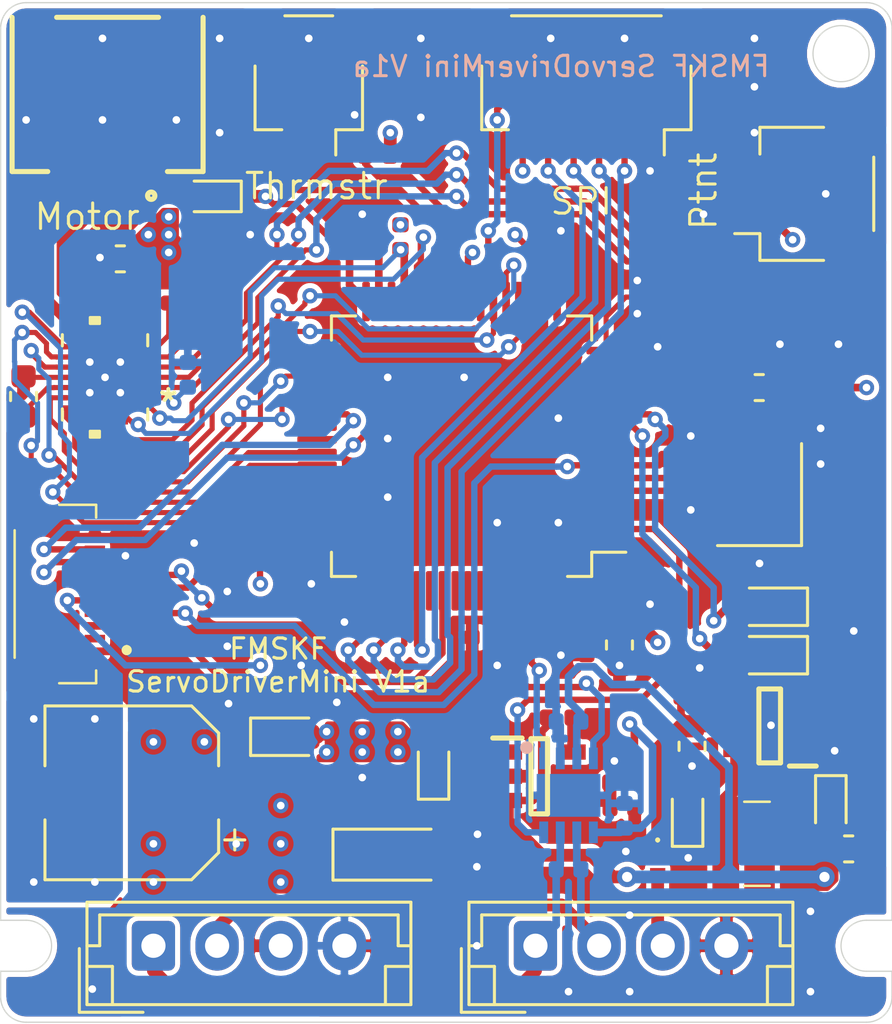
<source format=kicad_pcb>
(kicad_pcb (version 20171130) (host pcbnew "(5.1.5)-3")
  (layers (0 F.Cu signal) (1 In1.Cu signal) (2 In2.Cu signal) (31 B.Cu signal) (34 B.Paste user hide) (35 F.Paste user hide) (36 B.SilkS user) (37 F.SilkS user) (38 B.Mask user hide) (39 F.Mask user hide) (44 Edge.Cuts user))
  (net 0 "")
  (net 1 GND)
  (net 2 +3V3)
  (net 3 "Net-(C2-Pad2)")
  (net 4 /NRST)
  (net 5 "Net-(C5-Pad1)")
  (net 6 "Net-(C6-Pad1)")
  (net 7 "Net-(C13-Pad1)")
  (net 8 +5V)
  (net 9 /CurrentSensA)
  (net 10 /CurrentSensB)
  (net 11 /CurrentSensC)
  (net 12 +12V)
  (net 13 "Net-(C23-Pad2)")
  (net 14 "Net-(C25-Pad2)")
  (net 15 "Net-(D1-Pad1)")
  (net 16 /Vm_Sens)
  (net 17 "Net-(D6-Pad1)")
  (net 18 /LED1)
  (net 19 /LED2)
  (net 20 "Net-(D7-Pad1)")
  (net 21 "Net-(D8-Pad1)")
  (net 22 "Net-(IC1-Pad4)")
  (net 23 "Net-(IC1-Pad5)")
  (net 24 "Net-(IC2-Pad4)")
  (net 25 "Net-(IC2-Pad3)")
  (net 26 /CAN1_TX)
  (net 27 /CAN1_RX)
  (net 28 /CAN_L)
  (net 29 /CAN_H)
  (net 30 /CAN1_EN)
  (net 31 /USART6_RX)
  (net 32 /USART6_TX)
  (net 33 /SWCLK)
  (net 34 /SWDIO)
  (net 35 "Net-(J1-PadMP1)")
  (net 36 "Net-(J1-PadMP2)")
  (net 37 /SPI3_CS)
  (net 38 /SPI3_SCK)
  (net 39 /SPI3_MISO)
  (net 40 /SPI3_MOSI)
  (net 41 /Potentio_Sens)
  (net 42 /Temp_Sens)
  (net 43 /M_OUTA)
  (net 44 /M_OUTB)
  (net 45 /M_OUTC)
  (net 46 "Net-(R2-Pad1)")
  (net 47 /SOA)
  (net 48 /SOB)
  (net 49 /SOC)
  (net 50 /nFAULT)
  (net 51 "Net-(R17-Pad2)")
  (net 52 /USART1_EN)
  (net 53 "Net-(U1-Pad4)")
  (net 54 "Net-(U1-Pad8)")
  (net 55 "Net-(U1-Pad9)")
  (net 56 "Net-(U1-Pad17)")
  (net 57 /DAC_O1_GAIN)
  (net 58 /DAC_O2_SLEW)
  (net 59 /GPIO_MODE)
  (net 60 /HALL_1)
  (net 61 /nSLEEP)
  (net 62 "Net-(U1-Pad30)")
  (net 63 "Net-(U1-Pad33)")
  (net 64 /TIM1_CH3N)
  (net 65 /TIM1_CH2N)
  (net 66 /TIM1_CH1N)
  (net 67 "Net-(U1-Pad39)")
  (net 68 /NonUse_M7TIM1CH1)
  (net 69 /TIM1_CH1)
  (net 70 /TIM1_CH2)
  (net 71 /TIM1_CH3)
  (net 72 "Net-(U1-Pad44)")
  (net 73 /NonUse_M7SWDIO)
  (net 74 "Net-(U1-Pad54)")
  (net 75 /SWO)
  (net 76 /HALL_2)
  (net 77 /HALL_3)
  (net 78 /USART1_TX)
  (net 79 /USART1_RX)
  (net 80 "Net-(C26-Pad2)")
  (net 81 "Net-(C27-Pad1)")
  (net 82 "Net-(Y1-Pad2)")
  (net 83 "Net-(Y1-Pad4)")
  (net 84 "Net-(J1-Pad2)")
  (net 85 "Net-(C6-Pad2)")
  (net 86 "Net-(C15-Pad2)")
  (module Capacitor_SMD:C_0402_1005Metric (layer F.Cu) (at 130.8 90.6 180)
    (fp_text reference C6 hide)
    (fp_text value 0.01u)
    (pad 2 smd roundrect (at 0.485 0 180) (size 0.59 0.64) (layers F.Cu F.Paste F.Mask) (net 85 "Net-(C6-Pad2)"))
    (pad 1 smd roundrect (at -0.485 0 180) (size 0.59 0.64) (layers F.Cu F.Paste F.Mask) (net 6 "Net-(C6-Pad1)"))
  )
  (module SamacSys_Parts:DF65-3P-1.7V_21_ (layer F.Cu) (at 104.2 63.6 180)
    (fp_text reference J7 hide)
    (fp_text value DF65-3P-1.7V_21_ hide)
    (pad 5 smd rect (at 3.075 2.025 180) (size 0.7 1.8) (layers F.Cu F.Paste F.Mask))
    (pad 4 smd rect (at -3.075 2.025 180) (size 0.7 1.8) (layers F.Cu F.Paste F.Mask))
    (pad 3 smd rect (at 1.7 -3.025 180) (size 0.6 1) (layers F.Cu F.Paste F.Mask) (net 45 /M_OUTC))
    (pad 2 smd rect (at 0 -3.025 180) (size 0.6 1) (layers F.Cu F.Paste F.Mask) (net 44 /M_OUTB))
    (pad 1 smd rect (at -1.7 -3.025 180) (size 0.6 1) (layers F.Cu F.Paste F.Mask) (net 43 /M_OUTA))
  )
  (module Capacitor_SMD:C_0402_1005Metric (layer F.Cu) (at 125.3 82.65)
    (fp_text reference C1 hide)
    (fp_text value 0.1u)
    (pad 2 smd roundrect (at 0.485 0) (size 0.59 0.64) (layers F.Cu F.Paste F.Mask) (net 1 GND))
    (pad 1 smd roundrect (at -0.485 0) (size 0.59 0.64) (layers F.Cu F.Paste F.Mask) (net 2 +3V3))
  )
  (module Capacitor_SMD:C_0402_1005Metric (layer F.Cu) (at 114.7 69.2 270)
    (fp_text reference C2 hide)
    (fp_text value 2.2u)
    (pad 2 smd roundrect (at 0.485 0 270) (size 0.59 0.64) (layers F.Cu F.Paste F.Mask) (net 3 "Net-(C2-Pad2)"))
    (pad 1 smd roundrect (at -0.485 0 270) (size 0.59 0.64) (layers F.Cu F.Paste F.Mask) (net 1 GND))
  )
  (module Capacitor_SMD:C_0402_1005Metric (layer F.Cu) (at 126.6 77.9)
    (fp_text reference C3 hide)
    (fp_text value 0.1u)
    (pad 2 smd roundrect (at 0.485 0) (size 0.59 0.64) (layers F.Cu F.Paste F.Mask) (net 1 GND))
    (pad 1 smd roundrect (at -0.485 0) (size 0.59 0.64) (layers F.Cu F.Paste F.Mask) (net 4 /NRST))
  )
  (module Capacitor_SMD:C_0402_1005Metric (layer F.Cu) (at 121.5 69.5)
    (fp_text reference C4 hide)
    (fp_text value 0.1u)
    (pad 2 smd roundrect (at 0.485 0) (size 0.59 0.64) (layers F.Cu F.Paste F.Mask) (net 1 GND))
    (pad 1 smd roundrect (at -0.485 0) (size 0.59 0.64) (layers F.Cu F.Paste F.Mask) (net 2 +3V3))
  )
  (module Capacitor_SMD:C_0402_1005Metric (layer F.Cu) (at 109.7 80.9 180)
    (fp_text reference C5 hide)
    (fp_text value 2.2u)
    (pad 2 smd roundrect (at 0.485 0 180) (size 0.59 0.64) (layers F.Cu F.Paste F.Mask) (net 1 GND))
    (pad 1 smd roundrect (at -0.485 0 180) (size 0.59 0.64) (layers F.Cu F.Paste F.Mask) (net 5 "Net-(C5-Pad1)"))
  )
  (module Capacitor_SMD:C_0402_1005Metric (layer F.Cu) (at 113.7 69.2 90)
    (fp_text reference C7 hide)
    (fp_text value 0.1u)
    (pad 2 smd roundrect (at 0.485 0 90) (size 0.59 0.64) (layers F.Cu F.Paste F.Mask) (net 1 GND))
    (pad 1 smd roundrect (at -0.485 0 90) (size 0.59 0.64) (layers F.Cu F.Paste F.Mask) (net 2 +3V3))
  )
  (module Capacitor_SMD:C_0402_1005Metric (layer F.Cu) (at 118.4 90.8 90)
    (fp_text reference C8 hide)
    (fp_text value 0.1u)
    (pad 2 smd roundrect (at 0.485 0 90) (size 0.59 0.64) (layers F.Cu F.Paste F.Mask) (net 1 GND))
    (pad 1 smd roundrect (at -0.485 0 90) (size 0.59 0.64) (layers F.Cu F.Paste F.Mask) (net 8 +5V))
  )
  (module Capacitor_SMD:C_0402_1005Metric (layer F.Cu) (at 118.4 88.8 90)
    (fp_text reference C9 hide)
    (fp_text value 1u)
    (pad 2 smd roundrect (at 0.485 0 90) (size 0.59 0.64) (layers F.Cu F.Paste F.Mask) (net 1 GND))
    (pad 1 smd roundrect (at -0.485 0 90) (size 0.59 0.64) (layers F.Cu F.Paste F.Mask) (net 2 +3V3))
  )
  (module Capacitor_SMD:C_0402_1005Metric (layer F.Cu) (at 109.7 81.9 180)
    (fp_text reference C10 hide)
    (fp_text value 0.1u)
    (pad 2 smd roundrect (at 0.485 0 180) (size 0.59 0.64) (layers F.Cu F.Paste F.Mask) (net 1 GND))
    (pad 1 smd roundrect (at -0.485 0 180) (size 0.59 0.64) (layers F.Cu F.Paste F.Mask) (net 2 +3V3))
  )
  (module Capacitor_SMD:C_0402_1005Metric (layer F.Cu) (at 123 85.1 270)
    (fp_text reference C11 hide)
    (fp_text value 0.1u)
    (pad 2 smd roundrect (at 0.485 0 270) (size 0.59 0.64) (layers F.Cu F.Paste F.Mask) (net 1 GND))
    (pad 1 smd roundrect (at -0.485 0 270) (size 0.59 0.64) (layers F.Cu F.Paste F.Mask) (net 2 +3V3))
  )
  (module Capacitor_SMD:C_0603_1608Metric (layer F.Cu) (at 124.3 85.2 270)
    (fp_text reference C12 hide)
    (fp_text value 4.7u)
    (pad 2 smd roundrect (at 0.7875 0 270) (size 0.875 0.95) (layers F.Cu F.Paste F.Mask) (net 1 GND))
    (pad 1 smd roundrect (at -0.7875 0 270) (size 0.875 0.95) (layers F.Cu F.Paste F.Mask) (net 2 +3V3))
  )
  (module Capacitor_SMD:C_0402_1005Metric (layer F.Cu) (at 127.7 75.6 270)
    (fp_text reference C13 hide)
    (fp_text value 0.1u)
    (pad 2 smd roundrect (at 0.485 0 270) (size 0.59 0.64) (layers F.Cu F.Paste F.Mask) (net 1 GND))
    (pad 1 smd roundrect (at -0.485 0 270) (size 0.59 0.64) (layers F.Cu F.Paste F.Mask) (net 7 "Net-(C13-Pad1)"))
  )
  (module Capacitor_SMD:C_0402_1005Metric (layer F.Cu) (at 126.7 75.6 270)
    (fp_text reference C14 hide)
    (fp_text value 1u)
    (pad 2 smd roundrect (at 0.485 0 270) (size 0.59 0.64) (layers F.Cu F.Paste F.Mask) (net 1 GND))
    (pad 1 smd roundrect (at -0.485 0 270) (size 0.59 0.64) (layers F.Cu F.Paste F.Mask) (net 7 "Net-(C13-Pad1)"))
  )
  (module Capacitor_SMD:C_0402_1005Metric (layer B.Cu) (at 122.3 88.2 180)
    (fp_text reference C16 hide)
    (fp_text value 0.1u)
    (pad 2 smd roundrect (at 0.485 0 180) (size 0.59 0.64) (layers B.Cu B.Paste B.Mask) (net 1 GND))
    (pad 1 smd roundrect (at -0.485 0 180) (size 0.59 0.64) (layers B.Cu B.Paste B.Mask) (net 8 +5V))
  )
  (module Capacitor_SMD:C_0402_1005Metric (layer F.Cu) (at 126.3 73.5 180)
    (fp_text reference C17 hide)
    (fp_text value 22pF)
    (pad 2 smd roundrect (at 0.485 0 180) (size 0.59 0.64) (layers F.Cu F.Paste F.Mask) (net 1 GND))
    (pad 1 smd roundrect (at -0.485 0 180) (size 0.59 0.64) (layers F.Cu F.Paste F.Mask) (net 9 /CurrentSensA))
  )
  (module Capacitor_SMD:C_0402_1005Metric (layer F.Cu) (at 126.3 72.2 180)
    (fp_text reference C18 hide)
    (fp_text value 22pF)
    (pad 2 smd roundrect (at 0.485 0 180) (size 0.59 0.64) (layers F.Cu F.Paste F.Mask) (net 1 GND))
    (pad 1 smd roundrect (at -0.485 0 180) (size 0.59 0.64) (layers F.Cu F.Paste F.Mask) (net 10 /CurrentSensB))
  )
  (module Capacitor_SMD:C_0402_1005Metric (layer F.Cu) (at 126.315 70.9 180)
    (fp_text reference C19 hide)
    (fp_text value 22pF)
    (pad 2 smd roundrect (at 0.485 0 180) (size 0.59 0.64) (layers F.Cu F.Paste F.Mask) (net 1 GND))
    (pad 1 smd roundrect (at -0.485 0 180) (size 0.59 0.64) (layers F.Cu F.Paste F.Mask) (net 11 /CurrentSensC))
  )
  (module Capacitor_SMD:C_0402_1005Metric (layer B.Cu) (at 124.5 91.9 90)
    (fp_text reference C20 hide)
    (fp_text value 0.1u)
    (pad 2 smd roundrect (at 0.485 0 90) (size 0.59 0.64) (layers B.Cu B.Paste B.Mask) (net 1 GND))
    (pad 1 smd roundrect (at -0.485 0 90) (size 0.59 0.64) (layers B.Cu B.Paste B.Mask) (net 2 +3V3))
  )
  (module Capacitor_SMD:C_0402_1005Metric (layer B.Cu) (at 107.35 74.6 90)
    (fp_text reference C21 hide)
    (fp_text value 0.1u)
    (pad 2 smd roundrect (at 0.485 0 90) (size 0.59 0.64) (layers B.Cu B.Paste B.Mask) (net 1 GND))
    (pad 1 smd roundrect (at -0.485 0 90) (size 0.59 0.64) (layers B.Cu B.Paste B.Mask) (net 2 +3V3))
  )
  (module Capacitor_SMD:C_0603_1608Metric (layer F.Cu) (at 104.7 70.05 180)
    (fp_text reference C22 hide)
    (fp_text value 10u)
    (pad 2 smd roundrect (at 0.7875 0 180) (size 0.875 0.95) (layers F.Cu F.Paste F.Mask) (net 1 GND))
    (pad 1 smd roundrect (at -0.7875 0 180) (size 0.875 0.95) (layers F.Cu F.Paste F.Mask) (net 12 +12V))
  )
  (module Capacitor_SMD:C_0402_1005Metric (layer F.Cu) (at 107.6 71.3 270)
    (fp_text reference C23 hide)
    (fp_text value 1u)
    (pad 2 smd roundrect (at 0.485 0 270) (size 0.59 0.64) (layers F.Cu F.Paste F.Mask) (net 13 "Net-(C23-Pad2)"))
    (pad 1 smd roundrect (at -0.485 0 270) (size 0.59 0.64) (layers F.Cu F.Paste F.Mask) (net 12 +12V))
  )
  (module Capacitor_SMD:C_0402_1005Metric (layer F.Cu) (at 105.05 71.3 180)
    (fp_text reference C24 hide)
    (fp_text value 0.1u)
    (pad 2 smd roundrect (at 0.485 0 180) (size 0.59 0.64) (layers F.Cu F.Paste F.Mask) (net 1 GND))
    (pad 1 smd roundrect (at -0.485 0 180) (size 0.59 0.64) (layers F.Cu F.Paste F.Mask) (net 12 +12V))
  )
  (module Capacitor_SMD:C_0603_1608Metric (layer F.Cu) (at 100.9 75.45 270)
    (fp_text reference C25 hide)
    (fp_text value 4.7u)
    (pad 2 smd roundrect (at 0.7875 0 270) (size 0.875 0.95) (layers F.Cu F.Paste F.Mask) (net 14 "Net-(C25-Pad2)"))
    (pad 1 smd roundrect (at -0.7875 0 270) (size 0.875 0.95) (layers F.Cu F.Paste F.Mask) (net 1 GND))
  )
  (module Diode_SMD:D_SOD-123F (layer F.Cu) (at 115.25 93.425)
    (fp_text reference D1 hide)
    (fp_text value D_Schottky)
    (pad 2 smd rect (at 1.4 0) (size 1.1 1.1) (layers F.Cu F.Paste F.Mask) (net 1 GND))
    (pad 1 smd rect (at -1.4 0) (size 1.1 1.1) (layers F.Cu F.Paste F.Mask) (net 15 "Net-(D1-Pad1)"))
  )
  (module Diode_SMD:D_SOD-523 (layer F.Cu) (at 117 90.1 90)
    (fp_text reference D3 hide)
    (fp_text value D_Schottky)
    (pad 1 smd rect (at -0.7 0 270) (size 0.6 0.7) (layers F.Cu F.Paste F.Mask) (net 8 +5V))
    (pad 2 smd rect (at 0.7 0 270) (size 0.6 0.7) (layers F.Cu F.Paste F.Mask) (net 2 +3V3))
  )
  (module Diode_SMD:D_SOD-523 (layer F.Cu) (at 108.3 67.6 180)
    (fp_text reference D5 hide)
    (fp_text value BAT30KFILM)
    (pad 1 smd rect (at -0.7 0) (size 0.6 0.7) (layers F.Cu F.Paste F.Mask) (net 2 +3V3))
    (pad 2 smd rect (at 0.7 0) (size 0.6 0.7) (layers F.Cu F.Paste F.Mask) (net 16 /Vm_Sens))
  )
  (module LED_SMD:LED_0603_1608Metric (layer F.Cu) (at 130.2 85.6 180)
    (fp_text reference D6 hide)
    (fp_text value LED)
    (pad 2 smd roundrect (at 0.7875 0 180) (size 0.875 0.95) (layers F.Cu F.Paste F.Mask) (net 18 /LED1))
    (pad 1 smd roundrect (at -0.7875 0 180) (size 0.875 0.95) (layers F.Cu F.Paste F.Mask) (net 17 "Net-(D6-Pad1)"))
  )
  (module LED_SMD:LED_0603_1608Metric (layer F.Cu) (at 130.2 83.7 180)
    (fp_text reference D7 hide)
    (fp_text value LED)
    (pad 2 smd roundrect (at 0.7875 0 180) (size 0.875 0.95) (layers F.Cu F.Paste F.Mask) (net 19 /LED2))
    (pad 1 smd roundrect (at -0.7875 0 180) (size 0.875 0.95) (layers F.Cu F.Paste F.Mask) (net 20 "Net-(D7-Pad1)"))
  )
  (module LED_SMD:LED_0603_1608Metric (layer F.Cu) (at 111.3 88.8)
    (fp_text reference D8 hide)
    (fp_text value LED)
    (pad 2 smd roundrect (at 0.7875 0) (size 0.875 0.95) (layers F.Cu F.Paste F.Mask) (net 2 +3V3))
    (pad 1 smd roundrect (at -0.7875 0) (size 0.875 0.95) (layers F.Cu F.Paste F.Mask) (net 21 "Net-(D8-Pad1)"))
  )
  (module SamacSys_Parts:SOT95P280X145-5N (layer F.Cu) (at 121.15 90.35)
    (fp_text reference IC1 hide)
    (fp_text value ST730MR hide)
    (pad 5 smd rect (at 1.25 -0.95 90) (size 0.6 1.15) (layers F.Cu F.Paste F.Mask) (net 23 "Net-(IC1-Pad5)"))
    (pad 4 smd rect (at 1.25 0.95 90) (size 0.6 1.15) (layers F.Cu F.Paste F.Mask) (net 22 "Net-(IC1-Pad4)"))
    (pad 3 smd rect (at -1.25 0.95 90) (size 0.6 1.15) (layers F.Cu F.Paste F.Mask) (net 8 +5V))
    (pad 2 smd rect (at -1.25 0 90) (size 0.6 1.15) (layers F.Cu F.Paste F.Mask) (net 1 GND))
    (pad 1 smd rect (at -1.25 -0.95 90) (size 0.6 1.15) (layers F.Cu F.Paste F.Mask) (net 2 +3V3))
  )
  (module SamacSys_Parts:SON65P300X300X110-9N (layer B.Cu) (at 122.3 91.1 270)
    (fp_text reference IC3 hide)
    (fp_text value TLT9251VLEXUMA1 hide)
    (pad 9 smd rect (at 0 0 270) (size 1.68 2.5) (layers B.Cu B.Paste B.Mask) (net 1 GND))
    (pad 8 smd rect (at 1.45 0.975 180) (size 0.35 0.85) (layers B.Cu B.Paste B.Mask) (net 30 /CAN1_EN))
    (pad 7 smd rect (at 1.45 0.325 180) (size 0.35 0.85) (layers B.Cu B.Paste B.Mask) (net 29 /CAN_H))
    (pad 6 smd rect (at 1.45 -0.325 180) (size 0.35 0.85) (layers B.Cu B.Paste B.Mask) (net 28 /CAN_L))
    (pad 5 smd rect (at 1.45 -0.975 180) (size 0.35 0.85) (layers B.Cu B.Paste B.Mask) (net 2 +3V3))
    (pad 4 smd rect (at -1.45 -0.975 180) (size 0.35 0.85) (layers B.Cu B.Paste B.Mask) (net 27 /CAN1_RX))
    (pad 3 smd rect (at -1.45 -0.325 180) (size 0.35 0.85) (layers B.Cu B.Paste B.Mask) (net 8 +5V))
    (pad 2 smd rect (at -1.45 0.325 180) (size 0.35 0.85) (layers B.Cu B.Paste B.Mask) (net 1 GND))
    (pad 1 smd rect (at -1.45 0.975 180) (size 0.35 0.85) (layers B.Cu B.Paste B.Mask) (net 26 /CAN1_TX))
  )
  (module SamacSys_Parts:123287020 (layer F.Cu) (at 102.8 83.2 270)
    (fp_text reference J1 hide)
    (fp_text value 1-2328702-0 hide)
    (pad MP2 smd rect (at -3.25 1.6 270) (size 0.4 0.8) (layers F.Cu F.Paste F.Mask) (net 36 "Net-(J1-PadMP2)"))
    (pad MP1 smd rect (at 3.25 1.6 270) (size 0.4 0.8) (layers F.Cu F.Paste F.Mask) (net 35 "Net-(J1-PadMP1)"))
    (pad 10 smd rect (at -2.25 -0.9 270) (size 0.3 0.8) (layers F.Cu F.Paste F.Mask) (net 1 GND))
    (pad 9 smd rect (at -1.75 -0.9 270) (size 0.3 0.8) (layers F.Cu F.Paste F.Mask) (net 31 /USART6_RX))
    (pad 8 smd rect (at -1.25 -0.9 270) (size 0.3 0.8) (layers F.Cu F.Paste F.Mask) (net 32 /USART6_TX))
    (pad 7 smd rect (at -0.75 -0.9 270) (size 0.3 0.8) (layers F.Cu F.Paste F.Mask) (net 33 /SWCLK))
    (pad 6 smd rect (at -0.25 -0.9 270) (size 0.3 0.8) (layers F.Cu F.Paste F.Mask) (net 34 /SWDIO))
    (pad 5 smd rect (at 0.25 -0.9 270) (size 0.3 0.8) (layers F.Cu F.Paste F.Mask) (net 2 +3V3))
    (pad 4 smd rect (at 0.75 -0.9 270) (size 0.3 0.8) (layers F.Cu F.Paste F.Mask) (net 4 /NRST))
    (pad 3 smd rect (at 1.25 -0.9 270) (size 0.3 0.8) (layers F.Cu F.Paste F.Mask) (net 75 /SWO))
    (pad 2 smd rect (at 1.75 -0.9 270) (size 0.3 0.8) (layers F.Cu F.Paste F.Mask) (net 84 "Net-(J1-Pad2)"))
    (pad 1 smd rect (at 2.25 -0.9 270) (size 0.3 0.8) (layers F.Cu F.Paste F.Mask) (net 1 GND))
  )
  (module Connector_JST:JST_SH_SM06B-SRSS-TB_1x06-1MP_P1.00mm_Horizontal (layer F.Cu) (at 123 63.2 180)
    (fp_text reference J4 hide)
    (fp_text value Conn_01x06)
    (pad MP smd roundrect (at 3.8 1.875 180) (size 1.2 1.8) (layers F.Cu F.Paste F.Mask) (roundrect_rratio 0.208333))
    (pad MP smd roundrect (at -3.8 1.875 180) (size 1.2 1.8) (layers F.Cu F.Paste F.Mask) (roundrect_rratio 0.208333))
    (pad 6 smd roundrect (at 2.5 -2 180) (size 0.6 1.55) (layers F.Cu F.Paste F.Mask) (net 2 +3V3))
    (pad 5 smd roundrect (at 1.5 -2 180) (size 0.6 1.55) (layers F.Cu F.Paste F.Mask) (net 40 /SPI3_MOSI))
    (pad 4 smd roundrect (at 0.5 -2 180) (size 0.6 1.55) (layers F.Cu F.Paste F.Mask) (net 39 /SPI3_MISO))
    (pad 3 smd roundrect (at -0.5 -2 180) (size 0.6 1.55) (layers F.Cu F.Paste F.Mask) (net 38 /SPI3_SCK))
    (pad 2 smd roundrect (at -1.5 -2 180) (size 0.6 1.55) (layers F.Cu F.Paste F.Mask) (net 37 /SPI3_CS))
    (pad 1 smd roundrect (at -2.5 -2 180) (size 0.6 1.55) (layers F.Cu F.Paste F.Mask) (net 1 GND))
  )
  (module Connector_JST:JST_SH_SM03B-SRSS-TB_1x03-1MP_P1.00mm_Horizontal (layer F.Cu) (at 131.6 67.5 90)
    (fp_text reference J5 hide)
    (fp_text value Conn_01x03)
    (pad MP smd roundrect (at 2.3 1.875 90) (size 1.2 1.8) (layers F.Cu F.Paste F.Mask) (roundrect_rratio 0.208333))
    (pad MP smd roundrect (at -2.3 1.875 90) (size 1.2 1.8) (layers F.Cu F.Paste F.Mask) (roundrect_rratio 0.208333))
    (pad 3 smd roundrect (at 1 -2 90) (size 0.6 1.55) (layers F.Cu F.Paste F.Mask) (net 1 GND))
    (pad 2 smd roundrect (at 0 -2 90) (size 0.6 1.55) (layers F.Cu F.Paste F.Mask) (net 41 /Potentio_Sens))
    (pad 1 smd roundrect (at -1 -2 90) (size 0.6 1.55) (layers F.Cu F.Paste F.Mask) (net 2 +3V3))
  )
  (module Connector_JST:JST_SH_SM02B-SRSS-TB_1x02-1MP_P1.00mm_Horizontal (layer F.Cu) (at 112.1 63.2 180)
    (fp_text reference J6 hide)
    (fp_text value Conn_01x02)
    (pad MP smd roundrect (at 1.8 1.875 180) (size 1.2 1.8) (layers F.Cu F.Paste F.Mask) (roundrect_rratio 0.208333))
    (pad MP smd roundrect (at -1.8 1.875 180) (size 1.2 1.8) (layers F.Cu F.Paste F.Mask) (roundrect_rratio 0.208333))
    (pad 2 smd roundrect (at 0.5 -2 180) (size 0.6 1.55) (layers F.Cu F.Paste F.Mask) (net 1 GND))
    (pad 1 smd roundrect (at -0.5 -2 180) (size 0.6 1.55) (layers F.Cu F.Paste F.Mask) (net 42 /Temp_Sens))
  )
  (module Inductor_SMD:L_0603_1608Metric (layer F.Cu) (at 129.7875 75.1)
    (fp_text reference L1 hide)
    (fp_text value L)
    (pad 2 smd roundrect (at 0.7875 0) (size 0.875 0.95) (layers F.Cu F.Paste F.Mask) (net 2 +3V3))
    (pad 1 smd roundrect (at -0.7875 0) (size 0.875 0.95) (layers F.Cu F.Paste F.Mask) (net 7 "Net-(C13-Pad1)"))
  )
  (module Resistor_SMD:R_0402_1005Metric (layer F.Cu) (at 113.25 91.75 180)
    (fp_text reference R1 hide)
    (fp_text value 100)
    (pad 2 smd roundrect (at 0.485 0 180) (size 0.59 0.64) (layers F.Cu F.Paste F.Mask) (net 12 +12V))
    (pad 1 smd roundrect (at -0.485 0 180) (size 0.59 0.64) (layers F.Cu F.Paste F.Mask) (net 15 "Net-(D1-Pad1)"))
  )
  (module Resistor_SMD:R_0402_1005Metric (layer F.Cu) (at 119 84.9 180)
    (fp_text reference R2 hide)
    (fp_text value R)
    (pad 2 smd roundrect (at 0.485 0 180) (size 0.59 0.64) (layers F.Cu F.Paste F.Mask) (net 1 GND))
    (pad 1 smd roundrect (at -0.485 0 180) (size 0.59 0.64) (layers F.Cu F.Paste F.Mask) (net 46 "Net-(R2-Pad1)"))
  )
  (module Resistor_SMD:R_0402_1005Metric (layer F.Cu) (at 127.2 87.225 180)
    (fp_text reference R3 hide)
    (fp_text value 10k)
    (pad 2 smd roundrect (at 0.485 0 180) (size 0.59 0.64) (layers F.Cu F.Paste F.Mask) (net 86 "Net-(C15-Pad2)"))
    (pad 1 smd roundrect (at -0.485 0 180) (size 0.59 0.64) (layers F.Cu F.Paste F.Mask) (net 24 "Net-(IC2-Pad4)"))
  )
  (module Resistor_SMD:R_0402_1005Metric (layer F.Cu) (at 121.95 88.05)
    (fp_text reference R4 hide)
    (fp_text value 10k)
    (pad 2 smd roundrect (at 0.485 0) (size 0.59 0.64) (layers F.Cu F.Paste F.Mask) (net 23 "Net-(IC1-Pad5)"))
    (pad 1 smd roundrect (at -0.485 0) (size 0.59 0.64) (layers F.Cu F.Paste F.Mask) (net 8 +5V))
  )
  (module Resistor_SMD:R_0402_1005Metric (layer F.Cu) (at 124.4 90.6)
    (fp_text reference R5 hide)
    (fp_text value 47k)
    (pad 2 smd roundrect (at 0.485 0) (size 0.59 0.64) (layers F.Cu F.Paste F.Mask) (net 2 +3V3))
    (pad 1 smd roundrect (at -0.485 0) (size 0.59 0.64) (layers F.Cu F.Paste F.Mask) (net 22 "Net-(IC1-Pad4)"))
  )
  (module Resistor_SMD:R_0402_1005Metric (layer F.Cu) (at 124.415 91.6 180)
    (fp_text reference R6 hide)
    (fp_text value 27k)
    (pad 2 smd roundrect (at 0.485 0 180) (size 0.59 0.64) (layers F.Cu F.Paste F.Mask) (net 22 "Net-(IC1-Pad4)"))
    (pad 1 smd roundrect (at -0.485 0 180) (size 0.59 0.64) (layers F.Cu F.Paste F.Mask) (net 1 GND))
  )
  (module Resistor_SMD:R_0402_1005Metric (layer F.Cu) (at 107.6 69.3 270)
    (fp_text reference R7 hide)
    (fp_text value 470k)
    (pad 2 smd roundrect (at 0.485 0 270) (size 0.59 0.64) (layers F.Cu F.Paste F.Mask) (net 12 +12V))
    (pad 1 smd roundrect (at -0.485 0 270) (size 0.59 0.64) (layers F.Cu F.Paste F.Mask) (net 16 /Vm_Sens))
  )
  (module Resistor_SMD:R_0402_1005Metric (layer F.Cu) (at 108.6 69.315 90)
    (fp_text reference R8 hide)
    (fp_text value 33k)
    (pad 2 smd roundrect (at 0.485 0 90) (size 0.59 0.64) (layers F.Cu F.Paste F.Mask) (net 16 /Vm_Sens))
    (pad 1 smd roundrect (at -0.485 0 90) (size 0.59 0.64) (layers F.Cu F.Paste F.Mask) (net 1 GND))
  )
  (module Resistor_SMD:R_0402_1005Metric (layer F.Cu) (at 128.2 73.5)
    (fp_text reference R9 hide)
    (fp_text value 330)
    (pad 2 smd roundrect (at 0.485 0) (size 0.59 0.64) (layers F.Cu F.Paste F.Mask) (net 47 /SOA))
    (pad 1 smd roundrect (at -0.485 0) (size 0.59 0.64) (layers F.Cu F.Paste F.Mask) (net 9 /CurrentSensA))
  )
  (module Resistor_SMD:R_0402_1005Metric (layer F.Cu) (at 128.2 72.2)
    (fp_text reference R10 hide)
    (fp_text value 330)
    (pad 2 smd roundrect (at 0.485 0) (size 0.59 0.64) (layers F.Cu F.Paste F.Mask) (net 48 /SOB))
    (pad 1 smd roundrect (at -0.485 0) (size 0.59 0.64) (layers F.Cu F.Paste F.Mask) (net 10 /CurrentSensB))
  )
  (module Resistor_SMD:R_0402_1005Metric (layer F.Cu) (at 128.215 70.9)
    (fp_text reference R11 hide)
    (fp_text value 330)
    (pad 2 smd roundrect (at 0.485 0) (size 0.59 0.64) (layers F.Cu F.Paste F.Mask) (net 49 /SOC))
    (pad 1 smd roundrect (at -0.485 0) (size 0.59 0.64) (layers F.Cu F.Paste F.Mask) (net 11 /CurrentSensC))
  )
  (module Resistor_SMD:R_0402_1005Metric (layer F.Cu) (at 133 85.6 180)
    (fp_text reference R12 hide)
    (fp_text value 330)
    (pad 2 smd roundrect (at 0.485 0 180) (size 0.59 0.64) (layers F.Cu F.Paste F.Mask) (net 17 "Net-(D6-Pad1)"))
    (pad 1 smd roundrect (at -0.485 0 180) (size 0.59 0.64) (layers F.Cu F.Paste F.Mask) (net 1 GND))
  )
  (module Resistor_SMD:R_0402_1005Metric (layer F.Cu) (at 133 83.7 180)
    (fp_text reference R13 hide)
    (fp_text value 330)
    (pad 2 smd roundrect (at 0.485 0 180) (size 0.59 0.64) (layers F.Cu F.Paste F.Mask) (net 20 "Net-(D7-Pad1)"))
    (pad 1 smd roundrect (at -0.485 0 180) (size 0.59 0.64) (layers F.Cu F.Paste F.Mask) (net 1 GND))
  )
  (module Resistor_SMD:R_0402_1005Metric (layer F.Cu) (at 110.85 87.775 180)
    (fp_text reference R14 hide)
    (fp_text value 330)
    (pad 2 smd roundrect (at 0.485 0 180) (size 0.59 0.64) (layers F.Cu F.Paste F.Mask) (net 21 "Net-(D8-Pad1)"))
    (pad 1 smd roundrect (at -0.485 0 180) (size 0.59 0.64) (layers F.Cu F.Paste F.Mask) (net 1 GND))
  )
  (module Resistor_SMD:R_0402_1005Metric (layer B.Cu) (at 122.3 94 180)
    (fp_text reference R15 hide)
    (fp_text value 60)
    (pad 2 smd roundrect (at 0.485 0 180) (size 0.59 0.64) (layers B.Cu B.Paste B.Mask) (net 29 /CAN_H))
    (pad 1 smd roundrect (at -0.485 0 180) (size 0.59 0.64) (layers B.Cu B.Paste B.Mask) (net 28 /CAN_L))
  )
  (module Resistor_SMD:R_0402_1005Metric (layer F.Cu) (at 115.7 69.2 270)
    (fp_text reference R16 hide)
    (fp_text value 10k)
    (pad 2 smd roundrect (at 0.485 0 270) (size 0.59 0.64) (layers F.Cu F.Paste F.Mask) (net 50 /nFAULT))
    (pad 1 smd roundrect (at -0.485 0 270) (size 0.59 0.64) (layers F.Cu F.Paste F.Mask) (net 2 +3V3))
  )
  (module Resistor_SMD:R_0402_1005Metric (layer F.Cu) (at 106.6 71.3 270)
    (fp_text reference R17 hide)
    (fp_text value 0)
    (pad 2 smd roundrect (at 0.485 0 270) (size 0.59 0.64) (layers F.Cu F.Paste F.Mask) (net 51 "Net-(R17-Pad2)"))
    (pad 1 smd roundrect (at -0.485 0 270) (size 0.59 0.64) (layers F.Cu F.Paste F.Mask) (net 12 +12V))
  )
  (module Resistor_SMD:R_0402_1005Metric (layer F.Cu) (at 114.8 66)
    (fp_text reference R18 hide)
    (fp_text value 10k)
    (pad 2 smd roundrect (at 0.485 0) (size 0.59 0.64) (layers F.Cu F.Paste F.Mask) (net 2 +3V3))
    (pad 1 smd roundrect (at -0.485 0) (size 0.59 0.64) (layers F.Cu F.Paste F.Mask) (net 42 /Temp_Sens))
  )
  (module Package_QFP:LQFP-64_10x10mm_P0.5mm (layer F.Cu) (at 118.1 77.4 180)
    (fp_text reference U1 hide)
    (fp_text value STM32F405RGTx)
    (pad 64 smd roundrect (at -3.75 -5.675 180) (size 0.3 1.55) (layers F.Cu F.Paste F.Mask) (net 2 +3V3))
    (pad 63 smd roundrect (at -3.25 -5.675 180) (size 0.3 1.55) (layers F.Cu F.Paste F.Mask) (net 1 GND))
    (pad 62 smd roundrect (at -2.75 -5.675 180) (size 0.3 1.55) (layers F.Cu F.Paste F.Mask) (net 26 /CAN1_TX))
    (pad 61 smd roundrect (at -2.25 -5.675 180) (size 0.3 1.55) (layers F.Cu F.Paste F.Mask) (net 27 /CAN1_RX))
    (pad 60 smd roundrect (at -1.75 -5.675 180) (size 0.3 1.55) (layers F.Cu F.Paste F.Mask) (net 46 "Net-(R2-Pad1)"))
    (pad 59 smd roundrect (at -1.25 -5.675 180) (size 0.3 1.55) (layers F.Cu F.Paste F.Mask) (net 79 /USART1_RX))
    (pad 58 smd roundrect (at -0.75 -5.675 180) (size 0.3 1.55) (layers F.Cu F.Paste F.Mask) (net 78 /USART1_TX))
    (pad 57 smd roundrect (at -0.25 -5.675 180) (size 0.3 1.55) (layers F.Cu F.Paste F.Mask) (net 77 /HALL_3))
    (pad 56 smd roundrect (at 0.25 -5.675 180) (size 0.3 1.55) (layers F.Cu F.Paste F.Mask) (net 76 /HALL_2))
    (pad 55 smd roundrect (at 0.75 -5.675 180) (size 0.3 1.55) (layers F.Cu F.Paste F.Mask) (net 75 /SWO))
    (pad 54 smd roundrect (at 1.25 -5.675 180) (size 0.3 1.55) (layers F.Cu F.Paste F.Mask) (net 74 "Net-(U1-Pad54)"))
    (pad 53 smd roundrect (at 1.75 -5.675 180) (size 0.3 1.55) (layers F.Cu F.Paste F.Mask) (net 40 /SPI3_MOSI))
    (pad 52 smd roundrect (at 2.25 -5.675 180) (size 0.3 1.55) (layers F.Cu F.Paste F.Mask) (net 39 /SPI3_MISO))
    (pad 51 smd roundrect (at 2.75 -5.675 180) (size 0.3 1.55) (layers F.Cu F.Paste F.Mask) (net 38 /SPI3_SCK))
    (pad 50 smd roundrect (at 3.25 -5.675 180) (size 0.3 1.55) (layers F.Cu F.Paste F.Mask) (net 37 /SPI3_CS))
    (pad 49 smd roundrect (at 3.75 -5.675 180) (size 0.3 1.55) (layers F.Cu F.Paste F.Mask) (net 33 /SWCLK))
    (pad 48 smd roundrect (at 5.675 -3.75 180) (size 1.55 0.3) (layers F.Cu F.Paste F.Mask) (net 2 +3V3))
    (pad 47 smd roundrect (at 5.675 -3.25 180) (size 1.55 0.3) (layers F.Cu F.Paste F.Mask) (net 5 "Net-(C5-Pad1)"))
    (pad 46 smd roundrect (at 5.675 -2.75 180) (size 1.55 0.3) (layers F.Cu F.Paste F.Mask) (net 34 /SWDIO))
    (pad 45 smd roundrect (at 5.675 -2.25 180) (size 1.55 0.3) (layers F.Cu F.Paste F.Mask) (net 73 /NonUse_M7SWDIO))
    (pad 44 smd roundrect (at 5.675 -1.75 180) (size 1.55 0.3) (layers F.Cu F.Paste F.Mask) (net 72 "Net-(U1-Pad44)"))
    (pad 43 smd roundrect (at 5.675 -1.25 180) (size 1.55 0.3) (layers F.Cu F.Paste F.Mask) (net 71 /TIM1_CH3))
    (pad 42 smd roundrect (at 5.675 -0.75 180) (size 1.55 0.3) (layers F.Cu F.Paste F.Mask) (net 70 /TIM1_CH2))
    (pad 41 smd roundrect (at 5.675 -0.25 180) (size 1.55 0.3) (layers F.Cu F.Paste F.Mask) (net 69 /TIM1_CH1))
    (pad 40 smd roundrect (at 5.675 0.25 180) (size 1.55 0.3) (layers F.Cu F.Paste F.Mask) (net 68 /NonUse_M7TIM1CH1))
    (pad 39 smd roundrect (at 5.675 0.75 180) (size 1.55 0.3) (layers F.Cu F.Paste F.Mask) (net 67 "Net-(U1-Pad39)"))
    (pad 38 smd roundrect (at 5.675 1.25 180) (size 1.55 0.3) (layers F.Cu F.Paste F.Mask) (net 31 /USART6_RX))
    (pad 37 smd roundrect (at 5.675 1.75 180) (size 1.55 0.3) (layers F.Cu F.Paste F.Mask) (net 32 /USART6_TX))
    (pad 36 smd roundrect (at 5.675 2.25 180) (size 1.55 0.3) (layers F.Cu F.Paste F.Mask) (net 64 /TIM1_CH3N))
    (pad 35 smd roundrect (at 5.675 2.75 180) (size 1.55 0.3) (layers F.Cu F.Paste F.Mask) (net 65 /TIM1_CH2N))
    (pad 34 smd roundrect (at 5.675 3.25 180) (size 1.55 0.3) (layers F.Cu F.Paste F.Mask) (net 66 /TIM1_CH1N))
    (pad 33 smd roundrect (at 5.675 3.75 180) (size 1.55 0.3) (layers F.Cu F.Paste F.Mask) (net 63 "Net-(U1-Pad33)"))
    (pad 32 smd roundrect (at 3.75 5.675 180) (size 0.3 1.55) (layers F.Cu F.Paste F.Mask) (net 2 +3V3))
    (pad 31 smd roundrect (at 3.25 5.675 180) (size 0.3 1.55) (layers F.Cu F.Paste F.Mask) (net 3 "Net-(C2-Pad2)"))
    (pad 30 smd roundrect (at 2.75 5.675 180) (size 0.3 1.55) (layers F.Cu F.Paste F.Mask) (net 62 "Net-(U1-Pad30)"))
    (pad 29 smd roundrect (at 2.25 5.675 180) (size 0.3 1.55) (layers F.Cu F.Paste F.Mask) (net 50 /nFAULT))
    (pad 28 smd roundrect (at 1.75 5.675 180) (size 0.3 1.55) (layers F.Cu F.Paste F.Mask) (net 61 /nSLEEP))
    (pad 27 smd roundrect (at 1.25 5.675 180) (size 0.3 1.55) (layers F.Cu F.Paste F.Mask) (net 16 /Vm_Sens))
    (pad 26 smd roundrect (at 0.75 5.675 180) (size 0.3 1.55) (layers F.Cu F.Paste F.Mask) (net 60 /HALL_1))
    (pad 25 smd roundrect (at 0.25 5.675 180) (size 0.3 1.55) (layers F.Cu F.Paste F.Mask) (net 42 /Temp_Sens))
    (pad 24 smd roundrect (at -0.25 5.675 180) (size 0.3 1.55) (layers F.Cu F.Paste F.Mask) (net 2 +3V3))
    (pad 23 smd roundrect (at -0.75 5.675 180) (size 0.3 1.55) (layers F.Cu F.Paste F.Mask) (net 41 /Potentio_Sens))
    (pad 22 smd roundrect (at -1.25 5.675 180) (size 0.3 1.55) (layers F.Cu F.Paste F.Mask) (net 59 /GPIO_MODE))
    (pad 21 smd roundrect (at -1.75 5.675 180) (size 0.3 1.55) (layers F.Cu F.Paste F.Mask) (net 58 /DAC_O2_SLEW))
    (pad 20 smd roundrect (at -2.25 5.675 180) (size 0.3 1.55) (layers F.Cu F.Paste F.Mask) (net 57 /DAC_O1_GAIN))
    (pad 19 smd roundrect (at -2.75 5.675 180) (size 0.3 1.55) (layers F.Cu F.Paste F.Mask) (net 2 +3V3))
    (pad 18 smd roundrect (at -3.25 5.675 180) (size 0.3 1.55) (layers F.Cu F.Paste F.Mask) (net 1 GND))
    (pad 17 smd roundrect (at -3.75 5.675 180) (size 0.3 1.55) (layers F.Cu F.Paste F.Mask) (net 56 "Net-(U1-Pad17)"))
    (pad 16 smd roundrect (at -5.675 3.75 180) (size 1.55 0.3) (layers F.Cu F.Paste F.Mask) (net 11 /CurrentSensC))
    (pad 15 smd roundrect (at -5.675 3.25 180) (size 1.55 0.3) (layers F.Cu F.Paste F.Mask) (net 10 /CurrentSensB))
    (pad 14 smd roundrect (at -5.675 2.75 180) (size 1.55 0.3) (layers F.Cu F.Paste F.Mask) (net 9 /CurrentSensA))
    (pad 13 smd roundrect (at -5.675 2.25 180) (size 1.55 0.3) (layers F.Cu F.Paste F.Mask) (net 7 "Net-(C13-Pad1)"))
    (pad 12 smd roundrect (at -5.675 1.75 180) (size 1.55 0.3) (layers F.Cu F.Paste F.Mask) (net 1 GND))
    (pad 11 smd roundrect (at -5.675 1.25 180) (size 1.55 0.3) (layers F.Cu F.Paste F.Mask) (net 19 /LED2))
    (pad 10 smd roundrect (at -5.675 0.75 180) (size 1.55 0.3) (layers F.Cu F.Paste F.Mask) (net 18 /LED1))
    (pad 9 smd roundrect (at -5.675 0.25 180) (size 1.55 0.3) (layers F.Cu F.Paste F.Mask) (net 55 "Net-(U1-Pad9)"))
    (pad 8 smd roundrect (at -5.675 -0.25 180) (size 1.55 0.3) (layers F.Cu F.Paste F.Mask) (net 54 "Net-(U1-Pad8)"))
    (pad 7 smd roundrect (at -5.675 -0.75 180) (size 1.55 0.3) (layers F.Cu F.Paste F.Mask) (net 4 /NRST))
    (pad 6 smd roundrect (at -5.675 -1.25 180) (size 1.55 0.3) (layers F.Cu F.Paste F.Mask) (net 81 "Net-(C27-Pad1)"))
    (pad 5 smd roundrect (at -5.675 -1.75 180) (size 1.55 0.3) (layers F.Cu F.Paste F.Mask) (net 80 "Net-(C26-Pad2)"))
    (pad 4 smd roundrect (at -5.675 -2.25 180) (size 1.55 0.3) (layers F.Cu F.Paste F.Mask) (net 53 "Net-(U1-Pad4)"))
    (pad 3 smd roundrect (at -5.675 -2.75 180) (size 1.55 0.3) (layers F.Cu F.Paste F.Mask) (net 52 /USART1_EN))
    (pad 2 smd roundrect (at -5.675 -3.25 180) (size 1.55 0.3) (layers F.Cu F.Paste F.Mask) (net 30 /CAN1_EN))
    (pad 1 smd roundrect (at -5.675 -3.75 180) (size 1.55 0.3) (layers F.Cu F.Paste F.Mask) (net 2 +3V3))
  )
  (module SamacSys_Parts:PDRV8311HRRWR (layer F.Cu) (at 104.1 74.7 180)
    (fp_text reference U2 hide)
    (fp_text value PDRV8311HRRWR)
    (fp_text user * (at -2.484399 -1.000125) (layer F.SilkS))
    (fp_text user * (at -2.484399 -1.000125) (layer F.SilkS))
    (pad 1 smd rect (at -1.5089 -1.2 270) (size 0.204 0.680999) (layers F.Cu F.Paste F.Mask) (net 50 /nFAULT))
    (pad 2 smd rect (at -1.5089 -0.8 270) (size 0.204 0.680999) (layers F.Cu F.Paste F.Mask) (net 2 +3V3))
    (pad 3 smd rect (at -1.5089 -0.4 270) (size 0.204 0.680999) (layers F.Cu F.Paste F.Mask) (net 49 /SOC))
    (pad 4 smd rect (at -1.5089 0 270) (size 0.204 0.680999) (layers F.Cu F.Paste F.Mask) (net 48 /SOB))
    (pad 5 smd rect (at -1.5089 0.4 270) (size 0.204 0.680999) (layers F.Cu F.Paste F.Mask) (net 47 /SOA))
    (pad 6 smd rect (at -1.5089 0.8 90) (size 0.204 0.680999) (layers F.Cu F.Paste F.Mask) (net 13 "Net-(C23-Pad2)"))
    (pad 7 smd rect (at -1.5089 1.2 90) (size 0.204 0.680999) (layers F.Cu F.Paste F.Mask) (net 51 "Net-(R17-Pad2)"))
    (pad 8 smd rect (at -0.8 1.5089 180) (size 0.2 0.680999) (layers F.Cu F.Paste F.Mask) (net 12 +12V))
    (pad 9 smd rect (at -0.4 1.5089 180) (size 0.204 0.680999) (layers F.Cu F.Paste F.Mask) (net 1 GND))
    (pad 10 smd rect (at 0 1.5089 180) (size 0.204 0.680999) (layers F.Cu F.Paste F.Mask) (net 43 /M_OUTA))
    (pad 11 smd rect (at 0.4 1.5089 180) (size 0.204 0.680999) (layers F.Cu F.Paste F.Mask) (net 44 /M_OUTB))
    (pad 12 smd rect (at 0.8 1.5089 180) (size 0.204 0.680999) (layers F.Cu F.Paste F.Mask) (net 45 /M_OUTC))
    (pad 13 smd rect (at 1.5089 1.2 270) (size 0.204 0.680999) (layers F.Cu F.Paste F.Mask) (net 71 /TIM1_CH3))
    (pad 14 smd rect (at 1.5089 0.8 270) (size 0.204 0.680999) (layers F.Cu F.Paste F.Mask) (net 70 /TIM1_CH2))
    (pad 15 smd rect (at 1.5089 0.4 270) (size 0.204 0.680999) (layers F.Cu F.Paste F.Mask) (net 69 /TIM1_CH1))
    (pad 16 smd rect (at 1.5089 0 270) (size 0.204 0.680999) (layers F.Cu F.Paste F.Mask) (net 1 GND))
    (pad 17 smd rect (at 1.5089 -0.4 270) (size 0.204 0.680999) (layers F.Cu F.Paste F.Mask) (net 14 "Net-(C25-Pad2)"))
    (pad 18 smd rect (at 1.5089 -0.8 90) (size 0.204 0.680999) (layers F.Cu F.Paste F.Mask) (net 66 /TIM1_CH1N))
    (pad 19 smd rect (at 1.5089 -1.2 90) (size 0.204 0.680999) (layers F.Cu F.Paste F.Mask) (net 65 /TIM1_CH2N))
    (pad 20 smd rect (at 0.8 -1.5089 180) (size 0.204 0.680999) (layers F.Cu F.Paste F.Mask) (net 64 /TIM1_CH3N))
    (pad 21 smd rect (at 0.4 -1.5089 180) (size 0.204 0.680999) (layers F.Cu F.Paste F.Mask) (net 57 /DAC_O1_GAIN))
    (pad 22 smd rect (at 0 -1.5089 180) (size 0.204 0.680999) (layers F.Cu F.Paste F.Mask) (net 58 /DAC_O2_SLEW))
    (pad 23 smd rect (at -0.4 -1.5089 180) (size 0.204 0.680999) (layers F.Cu F.Paste F.Mask) (net 59 /GPIO_MODE))
    (pad 24 smd rect (at -0.8 -1.5089 180) (size 0.204 0.680999) (layers F.Cu F.Paste F.Mask) (net 61 /nSLEEP))
    (pad 25 smd rect (at 0 0 180) (size 1.9 1.9) (layers F.Cu F.Paste F.Mask) (net 1 GND))
  )
  (module Capacitor_SMD:C_0402_1005Metric (layer F.Cu) (at 132.2 79.9 270)
    (fp_text reference C26 hide)
    (fp_text value 8p)
    (pad 2 smd roundrect (at 0.485 0 270) (size 0.59 0.64) (layers F.Cu F.Paste F.Mask) (net 80 "Net-(C26-Pad2)"))
    (pad 1 smd roundrect (at -0.485 0 270) (size 0.59 0.64) (layers F.Cu F.Paste F.Mask) (net 1 GND))
  )
  (module Capacitor_SMD:C_0402_1005Metric (layer F.Cu) (at 130.485 76.7)
    (fp_text reference C27 hide)
    (fp_text value 8p)
    (pad 2 smd roundrect (at 0.485 0) (size 0.59 0.64) (layers F.Cu F.Paste F.Mask) (net 1 GND))
    (pad 1 smd roundrect (at -0.485 0) (size 0.59 0.64) (layers F.Cu F.Paste F.Mask) (net 81 "Net-(C27-Pad1)"))
  )
  (module Crystal:Crystal_SMD_Abracon_ABM8G-4Pin_3.2x2.5mm (layer F.Cu) (at 129.8 79.3 90)
    (fp_text reference Y1 hide)
    (fp_text value Crystal)
    (pad 4 smd rect (at -1.1 -0.85 90) (size 1.4 1.2) (layers F.Cu F.Paste F.Mask) (net 83 "Net-(Y1-Pad4)"))
    (pad 3 smd rect (at 1.1 -0.85 90) (size 1.4 1.2) (layers F.Cu F.Paste F.Mask) (net 81 "Net-(C27-Pad1)"))
    (pad 2 smd rect (at 1.1 0.85 90) (size 1.4 1.2) (layers F.Cu F.Paste F.Mask) (net 82 "Net-(Y1-Pad2)"))
    (pad 1 smd rect (at -1.1 0.85 90) (size 1.4 1.2) (layers F.Cu F.Paste F.Mask) (net 80 "Net-(C26-Pad2)"))
  )
  (module Connector_JST:JST_EH_B4B-EH-A_1x04_P2.50mm_Vertical (layer F.Cu) (at 106 97)
    (fp_text reference J2 hide)
    (fp_text value Conn_01x04)
    (pad 4 thru_hole oval (at 7.5 0) (size 1.7 1.95) (drill 0.95) (layers *.Cu *.Mask) (net 1 GND))
    (pad 3 thru_hole oval (at 5 0) (size 1.7 1.95) (drill 0.95) (layers *.Cu *.Mask) (net 12 +12V))
    (pad 2 thru_hole oval (at 2.5 0) (size 1.7 1.95) (drill 0.95) (layers *.Cu *.Mask) (net 28 /CAN_L))
    (pad 1 thru_hole roundrect (at 0 0) (size 1.7 1.95) (drill 0.95) (layers *.Cu *.Mask) (roundrect_rratio 0.147059) (net 29 /CAN_H))
  )
  (module Connector_JST:JST_EH_B4B-EH-A_1x04_P2.50mm_Vertical (layer F.Cu) (at 121 97)
    (fp_text reference J3 hide)
    (fp_text value Conn_01x04)
    (pad 4 thru_hole oval (at 7.5 0) (size 1.7 1.95) (drill 0.95) (layers *.Cu *.Mask) (net 1 GND))
    (pad 3 thru_hole oval (at 5 0) (size 1.7 1.95) (drill 0.95) (layers *.Cu *.Mask) (net 12 +12V))
    (pad 2 thru_hole oval (at 2.5 0) (size 1.7 1.95) (drill 0.95) (layers *.Cu *.Mask) (net 28 /CAN_L))
    (pad 1 thru_hole roundrect (at 0 0) (size 1.7 1.95) (drill 0.95) (layers *.Cu *.Mask) (roundrect_rratio 0.147059) (net 29 /CAN_H))
  )
  (module Capacitor_SMD:CP_Elec_6.3x7.7 (layer F.Cu) (at 105.15 91 180)
    (fp_text reference C28 hide)
    (fp_text value 47u)
    (pad 2 smd roundrect (at 2.7 0 180) (size 3.5 1.6) (layers F.Cu F.Paste F.Mask) (roundrect_rratio 0.15625) (net 1 GND))
    (pad 1 smd roundrect (at -2.7 0 180) (size 3.5 1.6) (layers F.Cu F.Paste F.Mask) (roundrect_rratio 0.15625) (net 12 +12V))
  )
  (module Capacitor_SMD:C_0603_1608Metric (layer F.Cu) (at 127.15 89.175 90)
    (fp_text reference C15 hide)
    (fp_text value 10u hide)
    (pad 1 smd roundrect (at -0.7875 0 90) (size 0.875 0.95) (layers F.Cu F.Paste F.Mask) (net 1 GND))
    (pad 2 smd roundrect (at 0.7875 0 90) (size 0.875 0.95) (layers F.Cu F.Paste F.Mask) (net 86 "Net-(C15-Pad2)"))
  )
  (module Capacitor_SMD:C_0603_1608Metric (layer F.Cu) (at 133.3 93.2 180)
    (fp_text reference C29 hide)
    (fp_text value 10u hide)
    (pad 2 smd roundrect (at 0.7875 0 180) (size 0.875 0.95) (layers F.Cu F.Paste F.Mask) (net 8 +5V))
    (pad 1 smd roundrect (at -0.7875 0 180) (size 0.875 0.95) (layers F.Cu F.Paste F.Mask) (net 1 GND))
  )
  (module SamacSys_Parts:PMEG6010AESBYL (layer F.Cu) (at 125.8 93.8 270)
    (fp_text reference D2 hide)
    (fp_text value PMEG6010AESBYL hide)
    (pad 1 smd rect (at -0.325 0 270) (size 0.35 0.6) (layers F.Cu F.Paste F.Mask) (net 86 "Net-(C15-Pad2)"))
    (pad 2 smd rect (at 0.325 0 270) (size 0.35 0.6) (layers F.Cu F.Paste F.Mask) (net 12 +12V))
  )
  (module Diode_SMD:D_SOD-523 (layer F.Cu) (at 126.975 91.95 90)
    (fp_text reference D4 hide)
    (fp_text value D_Schottky hide)
    (pad 1 smd rect (at -0.7 0 270) (size 0.6 0.7) (layers F.Cu F.Paste F.Mask) (net 85 "Net-(C6-Pad2)"))
    (pad 2 smd rect (at 0.7 0 270) (size 0.6 0.7) (layers F.Cu F.Paste F.Mask) (net 1 GND))
  )
  (module Diode_SMD:D_SOD-523 (layer F.Cu) (at 132.6 91.475 270)
    (fp_text reference D9 hide)
    (fp_text value D_Schottky hide)
    (pad 2 smd rect (at 0.7 0 90) (size 0.6 0.7) (layers F.Cu F.Paste F.Mask) (net 8 +5V))
    (pad 1 smd rect (at -0.7 0 90) (size 0.6 0.7) (layers F.Cu F.Paste F.Mask) (net 6 "Net-(C6-Pad1)"))
  )
  (module SamacSys_Parts:SOT95P280X90-6N (layer F.Cu) (at 130.2 88.375 180)
    (fp_text reference IC2 hide)
    (fp_text value LT1616ES6#TRMPBF hide)
    (pad 1 smd rect (at -1.3 -0.95 270) (size 0.55 1.05) (layers F.Cu F.Paste F.Mask) (net 6 "Net-(C6-Pad1)"))
    (pad 2 smd rect (at -1.3 0 270) (size 0.55 1.05) (layers F.Cu F.Paste F.Mask) (net 1 GND))
    (pad 3 smd rect (at -1.3 0.95 270) (size 0.55 1.05) (layers F.Cu F.Paste F.Mask) (net 25 "Net-(IC2-Pad3)"))
    (pad 4 smd rect (at 1.3 0.95 270) (size 0.55 1.05) (layers F.Cu F.Paste F.Mask) (net 24 "Net-(IC2-Pad4)"))
    (pad 5 smd rect (at 1.3 0 270) (size 0.55 1.05) (layers F.Cu F.Paste F.Mask) (net 86 "Net-(C15-Pad2)"))
    (pad 6 smd rect (at 1.3 -0.95 270) (size 0.55 1.05) (layers F.Cu F.Paste F.Mask) (net 85 "Net-(C6-Pad2)"))
  )
  (module SamacSys_Parts:LPS3314332MRC (layer F.Cu) (at 129.8 93)
    (fp_text reference L2 hide)
    (fp_text value 4.7u hide)
    (pad 1 smd rect (at -1.325 0) (size 1.05 3.7) (layers F.Cu F.Paste F.Mask) (net 85 "Net-(C6-Pad2)"))
    (pad 2 smd rect (at 1.325 0) (size 1.05 3.7) (layers F.Cu F.Paste F.Mask) (net 8 +5V))
  )
  (module Resistor_SMD:R_0402_1005Metric (layer F.Cu) (at 133.925 87.86 270)
    (fp_text reference R19 hide)
    (fp_text value 30.1k hide)
    (pad 1 smd roundrect (at -0.485 0 270) (size 0.59 0.64) (layers F.Cu F.Paste F.Mask) (net 25 "Net-(IC2-Pad3)"))
    (pad 2 smd roundrect (at 0.485 0 270) (size 0.59 0.64) (layers F.Cu F.Paste F.Mask) (net 8 +5V))
  )
  (module Resistor_SMD:R_0402_1005Metric (layer F.Cu) (at 132.875 87.875 90)
    (fp_text reference R20 hide)
    (fp_text value 10k hide)
    (pad 2 smd roundrect (at 0.485 0 90) (size 0.59 0.64) (layers F.Cu F.Paste F.Mask) (net 25 "Net-(IC2-Pad3)"))
    (pad 1 smd roundrect (at -0.485 0 90) (size 0.59 0.64) (layers F.Cu F.Paste F.Mask) (net 1 GND))
  )
  (gr_text Ptnt (at 127.6 67.4 90) (layer F.SilkS) (effects (font (size 1 1) (thickness 0.12))))
  (gr_text SPI (at 122.8 67.8) (layer F.SilkS) (effects (font (size 1 1) (thickness 0.12))))
  (gr_text Thrmstr (at 112.4 67.2) (layer F.SilkS) (effects (font (size 1 1) (thickness 0.12))))
  (gr_text Motor (at 103.4 68.4) (layer F.SilkS) (effects (font (size 1 1) (thickness 0.12))))
  (gr_text "FMSKF ServoDriverMini V1a" (at 122 62.5) (layer B.SilkS) (effects (font (size 0.8 0.8) (thickness 0.12)) (justify mirror)))
  (gr_text "FMSKF\nServoDriverMini V1a" (at 110.9 86) (layer F.SilkS) (effects (font (size 0.8 0.8) (thickness 0.12))))
  (gr_line (start 101 60) (end 134 60) (layer Edge.Cuts) (width 0.05))
  (gr_line (start 100 96) (end 100 61) (layer Edge.Cuts) (width 0.05))
  (gr_line (start 135 61) (end 135 96) (layer Edge.Cuts) (width 0.05))
  (gr_arc (start 101 61) (end 101 60) (angle -90) (layer Edge.Cuts) (width 0.05))
  (gr_arc (start 134 61) (end 135 61) (angle -90) (layer Edge.Cuts) (width 0.05))
  (gr_line (start 101 100) (end 134 100) (layer Edge.Cuts) (width 0.05))
  (gr_line (start 100 98) (end 100 99) (layer Edge.Cuts) (width 0.05))
  (gr_arc (start 101 99) (end 100 99) (angle -90) (layer Edge.Cuts) (width 0.05))
  (gr_line (start 135 99) (end 135 98) (layer Edge.Cuts) (width 0.05))
  (gr_arc (start 134 99) (end 134 100) (angle -90) (layer Edge.Cuts) (width 0.05))
  (gr_circle (center 133 62) (end 134.1 62) (layer Edge.Cuts) (width 0.05))
  (gr_line (start 134 98) (end 135 98) (layer Edge.Cuts) (width 0.05))
  (gr_line (start 134 96) (end 135 96) (layer Edge.Cuts) (width 0.05))
  (gr_arc (start 134 97) (end 134 96) (angle -180) (layer Edge.Cuts) (width 0.05))
  (gr_line (start 101 98) (end 100 98) (layer Edge.Cuts) (width 0.05))
  (gr_line (start 101 96) (end 100 96) (layer Edge.Cuts) (width 0.05))
  (gr_arc (start 101 97) (end 101 98) (angle -180) (layer Edge.Cuts) (width 0.05))
  (via (at 127.15 89.95) (size 0.6) (drill 0.3) (layers F.Cu B.Cu) (net 1))
  (via (at 103.9 70) (size 0.6) (drill 0.3) (layers F.Cu B.Cu) (net 1))
  (via (at 125.8 73.5) (size 0.6) (drill 0.3) (layers F.Cu B.Cu) (net 1))
  (via (at 124.3 86) (size 0.6) (drill 0.3) (layers F.Cu B.Cu) (net 1))
  (via (at 103.5 75.3) (size 0.6) (drill 0.3) (layers F.Cu B.Cu) (net 1))
  (via (at 104.7 75.3) (size 0.6) (drill 0.3) (layers F.Cu B.Cu) (net 1))
  (via (at 104.7 74.1) (size 0.6) (drill 0.3) (layers F.Cu B.Cu) (net 1))
  (via (at 103.5 74.1) (size 0.6) (drill 0.3) (layers F.Cu B.Cu) (net 1))
  (segment (start 126.38 76.085) (end 126.7 76.085) (width 0.3) (layer F.Cu) (net 1))
  (segment (start 123.775 75.65) (end 125.945 75.65) (width 0.3) (layer F.Cu) (net 1))
  (segment (start 125.945 75.65) (end 126.38 76.085) (width 0.3) (layer F.Cu) (net 1))
  (segment (start 126.7 76.085) (end 127.7 76.085) (width 0.3) (layer F.Cu) (net 1))
  (segment (start 121.985 69.82) (end 121.985 69.5) (width 0.25) (layer F.Cu) (net 1))
  (segment (start 121.35 70.455) (end 121.985 69.82) (width 0.25) (layer F.Cu) (net 1))
  (segment (start 121.35 71.725) (end 121.35 70.455) (width 0.25) (layer F.Cu) (net 1))
  (segment (start 121.975 88.36) (end 121.815 88.2) (width 0.3) (layer B.Cu) (net 1))
  (segment (start 121.975 89.65) (end 121.975 88.36) (width 0.3) (layer B.Cu) (net 1))
  (segment (start 104.1 74.7) (end 104.1 74.7) (width 0.2) (layer F.Cu) (net 1))
  (via (at 104.1 74.7) (size 0.6) (drill 0.3) (layers F.Cu B.Cu) (net 1))
  (segment (start 103.69995 75.10005) (end 104.1 74.7) (width 0.2) (layer F.Cu) (net 1))
  (via (at 122 85.6) (size 0.6) (drill 0.3) (layers F.Cu B.Cu) (net 1))
  (via (at 125.5 83.6) (size 0.6) (drill 0.3) (layers F.Cu B.Cu) (net 1))
  (via (at 125.5 66.6) (size 0.6) (drill 0.3) (layers F.Cu B.Cu) (net 1))
  (via (at 109.8 69.1) (size 0.6) (drill 0.3) (layers F.Cu B.Cu) (net 1))
  (via (at 114.2 68.3) (size 0.6) (drill 0.3) (layers F.Cu B.Cu) (net 1))
  (segment (start 114.615 68.715) (end 114.2 68.3) (width 0.25) (layer F.Cu) (net 1))
  (segment (start 114.7 68.715) (end 114.615 68.715) (width 0.25) (layer F.Cu) (net 1))
  (via (at 125 72.2) (size 0.6) (drill 0.3) (layers F.Cu B.Cu) (net 1))
  (via (at 101.3 94.5) (size 0.6) (drill 0.3) (layers F.Cu B.Cu) (net 1))
  (via (at 103.7 94.5) (size 0.6) (drill 0.3) (layers F.Cu B.Cu) (net 1))
  (via (at 101.3 88.1) (size 0.6) (drill 0.3) (layers F.Cu B.Cu) (net 1))
  (via (at 103.7 88.1) (size 0.6) (drill 0.3) (layers F.Cu B.Cu) (net 1))
  (via (at 111.8 86) (size 0.6) (drill 0.3) (layers F.Cu B.Cu) (net 1))
  (via (at 119.5 86) (size 0.6) (drill 0.3) (layers F.Cu B.Cu) (net 1))
  (via (at 114.2 90.4) (size 0.6) (drill 0.3) (layers F.Cu B.Cu) (net 1))
  (via (at 118.725 92.625) (size 0.6) (drill 0.3) (layers F.Cu B.Cu) (net 1))
  (via (at 118.7 93.9) (size 0.6) (drill 0.3) (layers F.Cu B.Cu) (net 1))
  (via (at 124.7 95.8) (size 0.6) (drill 0.3) (layers F.Cu B.Cu) (net 1))
  (via (at 122.3 98.8) (size 0.6) (drill 0.3) (layers F.Cu B.Cu) (net 1))
  (via (at 124.7 98.8) (size 0.6) (drill 0.3) (layers F.Cu B.Cu) (net 1))
  (via (at 131.8 98.8) (size 0.6) (drill 0.3) (layers F.Cu B.Cu) (net 1))
  (via (at 129.8 82) (size 0.6) (drill 0.3) (layers F.Cu B.Cu) (net 1))
  (via (at 127.1 77) (size 0.6) (drill 0.3) (layers F.Cu B.Cu) (net 1))
  (via (at 127.1 79.9) (size 0.6) (drill 0.3) (layers F.Cu B.Cu) (net 1))
  (via (at 132.2 78.1) (size 0.6) (drill 0.3) (layers F.Cu B.Cu) (net 1))
  (via (at 132.2 76.7) (size 0.6) (drill 0.3) (layers F.Cu B.Cu) (net 1))
  (via (at 125 70.9) (size 0.6) (drill 0.3) (layers F.Cu B.Cu) (net 1))
  (via (at 130.6 73.4) (size 0.6) (drill 0.3) (layers F.Cu B.Cu) (net 1))
  (via (at 127.6 68.3) (size 0.6) (drill 0.3) (layers F.Cu B.Cu) (net 1))
  (via (at 132.4 67.5) (size 0.6) (drill 0.3) (layers F.Cu B.Cu) (net 1))
  (via (at 129.6 61.4) (size 0.6) (drill 0.3) (layers F.Cu B.Cu) (net 1))
  (via (at 129.6 63.3) (size 0.6) (drill 0.3) (layers F.Cu B.Cu) (net 1))
  (via (at 124.5 61.4) (size 0.6) (drill 0.3) (layers F.Cu B.Cu) (net 1))
  (via (at 121.6 61.4) (size 0.6) (drill 0.3) (layers F.Cu B.Cu) (net 1))
  (via (at 116.5 61.4) (size 0.6) (drill 0.3) (layers F.Cu B.Cu) (net 1))
  (via (at 116.5 64.5) (size 0.6) (drill 0.3) (layers F.Cu B.Cu) (net 1))
  (via (at 113.9 64.4) (size 0.6) (drill 0.3) (layers F.Cu B.Cu) (net 1))
  (via (at 112.1 61.4) (size 0.6) (drill 0.3) (layers F.Cu B.Cu) (net 1))
  (via (at 108.6 61.4) (size 0.6) (drill 0.3) (layers F.Cu B.Cu) (net 1))
  (via (at 108.6 65.1) (size 0.6) (drill 0.3) (layers F.Cu B.Cu) (net 1))
  (via (at 104 61.4) (size 0.6) (drill 0.3) (layers F.Cu B.Cu) (net 1))
  (via (at 104 64.6) (size 0.6) (drill 0.3) (layers F.Cu B.Cu) (net 1))
  (via (at 106.9 64.6) (size 0.6) (drill 0.3) (layers F.Cu B.Cu) (net 1))
  (via (at 101 64.6) (size 0.6) (drill 0.3) (layers F.Cu B.Cu) (net 1))
  (via (at 118.2 74.7) (size 0.6) (drill 0.3) (layers F.Cu B.Cu) (net 1))
  (via (at 115.2 74.7) (size 0.6) (drill 0.3) (layers F.Cu B.Cu) (net 1))
  (via (at 115.2 77.1) (size 0.6) (drill 0.3) (layers F.Cu B.Cu) (net 1))
  (via (at 115.2 79.4) (size 0.6) (drill 0.3) (layers F.Cu B.Cu) (net 1))
  (via (at 121.9 76.3) (size 0.6) (drill 0.3) (layers F.Cu B.Cu) (net 1))
  (via (at 121.9 80.4) (size 0.6) (drill 0.3) (layers F.Cu B.Cu) (net 1))
  (via (at 119.5 80.4) (size 0.6) (drill 0.3) (layers F.Cu B.Cu) (net 1))
  (via (at 113.5 84.3) (size 0.6) (drill 0.3) (layers F.Cu B.Cu) (net 1))
  (via (at 112.2 82.8) (size 0.6) (drill 0.3) (layers F.Cu B.Cu) (net 1))
  (via (at 108.9 83.1) (size 0.6) (drill 0.3) (layers F.Cu B.Cu) (net 1))
  (via (at 129.6 65.1) (size 0.6) (drill 0.3) (layers F.Cu B.Cu) (net 1))
  (via (at 132.9 73.4) (size 0.6) (drill 0.3) (layers F.Cu B.Cu) (net 1))
  (via (at 118.7 97) (size 0.6) (drill 0.3) (layers F.Cu B.Cu) (net 1))
  (segment (start 100.9375 74.7) (end 100.9 74.6625) (width 0.2) (layer F.Cu) (net 1))
  (segment (start 102.5911 74.7) (end 100.9375 74.7) (width 0.2) (layer F.Cu) (net 1))
  (segment (start 102.5911 74.7) (end 104.1 74.7) (width 0.2) (layer F.Cu) (net 1))
  (segment (start 104.5 73.9) (end 104.7 74.1) (width 0.2) (layer F.Cu) (net 1))
  (segment (start 104.5 73.1911) (end 104.5 73.9) (width 0.2) (layer F.Cu) (net 1))
  (segment (start 104.5 71.365) (end 104.565 71.3) (width 0.2) (layer F.Cu) (net 1))
  (segment (start 104.5 73.1911) (end 104.5 71.365) (width 0.2) (layer F.Cu) (net 1))
  (via (at 107.6 81.2) (size 0.6) (drill 0.3) (layers F.Cu B.Cu) (net 1))
  (via (at 104.9 81.7) (size 0.6) (drill 0.3) (layers F.Cu B.Cu) (net 1))
  (via (at 103.6 98.7) (size 0.6) (drill 0.3) (layers F.Cu B.Cu) (net 1))
  (via (at 132.75 89.35) (size 0.6) (drill 0.3) (layers F.Cu B.Cu) (net 1))
  (via (at 131.8 95.65) (size 0.6) (drill 0.3) (layers F.Cu B.Cu) (net 1))
  (via (at 133.5 84.65) (size 0.6) (drill 0.3) (layers F.Cu B.Cu) (net 1))
  (via (at 127.45 86.1) (size 0.6) (drill 0.3) (layers F.Cu B.Cu) (net 1))
  (via (at 130.25 88.35) (size 0.6) (drill 0.3) (layers F.Cu B.Cu) (net 1))
  (via (at 108.95 87.5) (size 0.6) (drill 0.3) (layers F.Cu B.Cu) (net 1))
  (via (at 113.2 87.45) (size 0.6) (drill 0.3) (layers F.Cu B.Cu) (net 1))
  (via (at 108.9 85.25) (size 0.6) (drill 0.3) (layers F.Cu B.Cu) (net 1))
  (via (at 127 93.55) (size 0.6) (drill 0.3) (layers F.Cu B.Cu) (net 1))
  (via (at 124.55 93.3) (size 0.6) (drill 0.3) (layers F.Cu B.Cu) (net 1))
  (via (at 124.1 89.75) (size 0.6) (drill 0.3) (layers F.Cu B.Cu) (net 1))
  (via (at 122 68.95) (size 0.6) (drill 0.3) (layers F.Cu B.Cu) (net 1))
  (segment (start 118.515 89.4) (end 118.4 89.285) (width 0.5) (layer F.Cu) (net 2))
  (segment (start 119.9 89.4) (end 118.515 89.4) (width 0.5) (layer F.Cu) (net 2))
  (segment (start 118.285 89.4) (end 118.4 89.285) (width 0.5) (layer F.Cu) (net 2))
  (segment (start 117 89.4) (end 118.285 89.4) (width 0.5) (layer F.Cu) (net 2))
  (segment (start 113.7 71.075) (end 113.7 69.685) (width 0.3) (layer F.Cu) (net 2))
  (segment (start 114.35 71.725) (end 113.7 71.075) (width 0.3) (layer F.Cu) (net 2))
  (segment (start 120.85 69.665) (end 121.015 69.5) (width 0.25) (layer F.Cu) (net 2))
  (segment (start 120.85 71.725) (end 120.85 69.665) (width 0.25) (layer F.Cu) (net 2))
  (segment (start 110.185 81.9) (end 110.6 81.9) (width 0.25) (layer F.Cu) (net 2))
  (segment (start 111.35 81.15) (end 112.425 81.15) (width 0.25) (layer F.Cu) (net 2))
  (segment (start 110.6 81.9) (end 111.35 81.15) (width 0.25) (layer F.Cu) (net 2))
  (segment (start 121.85 83.075) (end 121.85 84) (width 0.25) (layer F.Cu) (net 2))
  (segment (start 122.465 84.615) (end 123 84.615) (width 0.25) (layer F.Cu) (net 2))
  (segment (start 121.85 84) (end 122.465 84.615) (width 0.25) (layer F.Cu) (net 2))
  (segment (start 124.335 92.55) (end 124.5 92.385) (width 0.3) (layer B.Cu) (net 2))
  (segment (start 123.275 92.55) (end 124.335 92.55) (width 0.3) (layer B.Cu) (net 2))
  (via (at 112.8 88.6) (size 0.6) (drill 0.3) (layers F.Cu B.Cu) (net 2))
  (via (at 114.2 88.6) (size 0.6) (drill 0.3) (layers F.Cu B.Cu) (net 2))
  (via (at 115.6 88.6) (size 0.6) (drill 0.3) (layers F.Cu B.Cu) (net 2))
  (via (at 115.6 89.4) (size 0.6) (drill 0.3) (layers F.Cu B.Cu) (net 2))
  (via (at 114.2 89.4) (size 0.6) (drill 0.3) (layers F.Cu B.Cu) (net 2))
  (via (at 112.8 89.4) (size 0.6) (drill 0.3) (layers F.Cu B.Cu) (net 2))
  (via (at 102.62 83.45) (size 0.6) (drill 0.3) (layers F.Cu B.Cu) (net 2))
  (via (at 124.7 88.3) (size 0.6) (drill 0.3) (layers F.Cu B.Cu) (net 2))
  (segment (start 124.885 88.485) (end 124.7 88.3) (width 0.3) (layer F.Cu) (net 2))
  (segment (start 124.885 90.4) (end 124.885 88.485) (width 0.3) (layer F.Cu) (net 2))
  (segment (start 124.7 88.3) (end 125.6 89.2) (width 0.3) (layer B.Cu) (net 2))
  (segment (start 125.6 89.2) (end 125.6 91.9) (width 0.3) (layer B.Cu) (net 2))
  (segment (start 125.115 92.385) (end 124.5 92.385) (width 0.3) (layer B.Cu) (net 2))
  (segment (start 125.6 91.9) (end 125.115 92.385) (width 0.3) (layer B.Cu) (net 2))
  (via (at 125.8 85.1) (size 0.6) (drill 0.3) (layers F.Cu B.Cu) (net 2))
  (segment (start 125.1125 84.4125) (end 124.3 84.4125) (width 0.5) (layer F.Cu) (net 2))
  (segment (start 125.8 85.1) (end 125.1125 84.4125) (width 0.5) (layer F.Cu) (net 2))
  (segment (start 124.0975 84.615) (end 124.3 84.4125) (width 0.5) (layer F.Cu) (net 2))
  (segment (start 123 84.615) (end 124.0975 84.615) (width 0.5) (layer F.Cu) (net 2))
  (segment (start 124.3 83.165) (end 124.815 82.65) (width 0.5) (layer F.Cu) (net 2))
  (segment (start 124.3 84.4125) (end 124.3 83.165) (width 0.5) (layer F.Cu) (net 2))
  (segment (start 123.775 81.61) (end 124.815 82.65) (width 0.25) (layer F.Cu) (net 2))
  (segment (start 123.775 81.15) (end 123.775 81.61) (width 0.25) (layer F.Cu) (net 2))
  (segment (start 130.575 75.1) (end 134 75.1) (width 0.3) (layer F.Cu) (net 2))
  (via (at 134 75.1) (size 0.6) (drill 0.3) (layers F.Cu B.Cu) (net 2))
  (via (at 131.1 69.3) (size 0.6) (drill 0.3) (layers F.Cu B.Cu) (net 2))
  (segment (start 130.3 68.5) (end 131.1 69.3) (width 0.3) (layer F.Cu) (net 2))
  (segment (start 129.6 68.5) (end 130.3 68.5) (width 0.3) (layer F.Cu) (net 2))
  (via (at 118.53 69.8) (size 0.6) (drill 0.3) (layers F.Cu B.Cu) (net 2))
  (segment (start 118.35 71.725) (end 118.35 69.98) (width 0.25) (layer F.Cu) (net 2))
  (segment (start 118.35 69.98) (end 118.53 69.8) (width 0.25) (layer F.Cu) (net 2))
  (via (at 120.2 69.1) (size 0.6) (drill 0.3) (layers F.Cu B.Cu) (net 2))
  (segment (start 120.6 69.5) (end 120.2 69.1) (width 0.25) (layer F.Cu) (net 2))
  (segment (start 121.015 69.5) (end 120.6 69.5) (width 0.25) (layer F.Cu) (net 2))
  (via (at 120.5 66.6) (size 0.6) (drill 0.3) (layers F.Cu B.Cu) (net 2))
  (segment (start 120.5 66.6) (end 120.5 65.2) (width 0.25) (layer F.Cu) (net 2))
  (via (at 115.7 68.715) (size 0.6) (drill 0.3) (layers F.Cu B.Cu) (net 2))
  (via (at 115.3 65.1) (size 0.6) (drill 0.3) (layers F.Cu B.Cu) (net 2))
  (segment (start 115.3 65.985) (end 115.285 66) (width 0.5) (layer F.Cu) (net 2))
  (segment (start 115.3 65.1) (end 115.3 65.985) (width 0.5) (layer F.Cu) (net 2))
  (via (at 110.4 67.6) (size 0.6) (drill 0.3) (layers F.Cu B.Cu) (net 2))
  (segment (start 109 67.6) (end 110.4 67.6) (width 0.5) (layer F.Cu) (net 2))
  (segment (start 110.699999 67.899999) (end 110.4 67.6) (width 0.25) (layer F.Cu) (net 2))
  (segment (start 111.595 67.9) (end 110.699999 67.899999) (width 0.25) (layer F.Cu) (net 2))
  (segment (start 113.7 69.685) (end 113.38 69.685) (width 0.25) (layer F.Cu) (net 2))
  (segment (start 113.38 69.685) (end 111.595 67.9) (width 0.25) (layer F.Cu) (net 2))
  (segment (start 104.9 86) (end 110.2 86) (width 0.25) (layer B.Cu) (net 2))
  (segment (start 102.62 83.72) (end 104.9 86) (width 0.25) (layer B.Cu) (net 2))
  (via (at 110.2 86) (size 0.6) (drill 0.3) (layers F.Cu B.Cu) (net 2))
  (via (at 110.2 82.8) (size 0.6) (drill 0.3) (layers F.Cu B.Cu) (net 2))
  (segment (start 110.185 82.785) (end 110.2 82.8) (width 0.25) (layer F.Cu) (net 2))
  (segment (start 110.185 81.9) (end 110.185 82.785) (width 0.25) (layer F.Cu) (net 2))
  (via (at 106.8 75.7) (size 0.6) (drill 0.3) (layers F.Cu B.Cu) (net 2))
  (segment (start 105.6089 75.5) (end 106.6 75.5) (width 0.2) (layer F.Cu) (net 2))
  (segment (start 106.6 75.5) (end 106.8 75.7) (width 0.2) (layer F.Cu) (net 2))
  (segment (start 106.8 75.635) (end 107.35 75.085) (width 0.2) (layer B.Cu) (net 2))
  (segment (start 106.8 75.7) (end 106.8 75.635) (width 0.2) (layer B.Cu) (net 2))
  (segment (start 102.62 83.45) (end 103.7 83.45) (width 0.25) (layer F.Cu) (net 2))
  (segment (start 102.62 83.45) (end 102.62 83.72) (width 0.25) (layer B.Cu) (net 2))
  (segment (start 112.5 88.9) (end 112.8 88.6) (width 0.3) (layer F.Cu) (net 2))
  (segment (start 111.8625 88.9) (end 112.5 88.9) (width 0.3) (layer F.Cu) (net 2))
  (segment (start 114.85 69.835) (end 114.7 69.685) (width 0.3) (layer F.Cu) (net 3))
  (segment (start 114.85 71.725) (end 114.85 69.835) (width 0.3) (layer F.Cu) (net 3))
  (segment (start 125.865 78.15) (end 126.115 77.9) (width 0.25) (layer F.Cu) (net 4))
  (segment (start 123.775 78.15) (end 125.865 78.15) (width 0.25) (layer F.Cu) (net 4))
  (via (at 122.25 78.2) (size 0.6) (drill 0.3) (layers F.Cu B.Cu) (net 4))
  (segment (start 123.775 78.15) (end 122.3 78.15) (width 0.25) (layer F.Cu) (net 4))
  (segment (start 122.3 78.15) (end 122.25 78.2) (width 0.25) (layer F.Cu) (net 4))
  (segment (start 122.25 78.2) (end 121.825736 78.2) (width 0.25) (layer B.Cu) (net 4))
  (segment (start 121.825736 78.2) (end 119.25 78.2) (width 0.25) (layer B.Cu) (net 4))
  (segment (start 119.25 78.2) (end 118.6 78.85) (width 0.25) (layer B.Cu) (net 4))
  (segment (start 118.6 78.85) (end 118.6 80.7) (width 0.25) (layer B.Cu) (net 4))
  (segment (start 118.6 80.7) (end 118.6 86.35) (width 0.25) (layer B.Cu) (net 4))
  (segment (start 118.6 86.35) (end 117.4 87.55) (width 0.25) (layer B.Cu) (net 4))
  (segment (start 117.4 87.55) (end 114.65 87.55) (width 0.25) (layer B.Cu) (net 4))
  (segment (start 114.65 87.55) (end 111.55 84.45) (width 0.25) (layer B.Cu) (net 4))
  (segment (start 111.55 84.45) (end 108.95 84.45) (width 0.25) (layer B.Cu) (net 4))
  (via (at 107.25 83.95) (size 0.6) (drill 0.3) (layers F.Cu B.Cu) (net 4))
  (segment (start 108.95 84.45) (end 107.75 84.45) (width 0.25) (layer B.Cu) (net 4))
  (segment (start 107.75 84.45) (end 107.25 83.95) (width 0.25) (layer B.Cu) (net 4))
  (segment (start 107.25 83.95) (end 103.7 83.95) (width 0.25) (layer F.Cu) (net 4))
  (segment (start 110.435 80.65) (end 110.185 80.9) (width 0.25) (layer F.Cu) (net 5))
  (segment (start 112.425 80.65) (end 110.435 80.65) (width 0.25) (layer F.Cu) (net 5))
  (segment (start 132.425 90.6) (end 132.6 90.775) (width 0.5) (layer F.Cu) (net 6))
  (segment (start 131.285 90.6) (end 132.425 90.6) (width 0.5) (layer F.Cu) (net 6))
  (segment (start 131.5 90.385) (end 131.285 90.6) (width 0.5) (layer F.Cu) (net 6))
  (segment (start 131.5 89.325) (end 131.5 90.385) (width 0.5) (layer F.Cu) (net 6))
  (segment (start 117.485 91.285) (end 117 90.8) (width 0.5) (layer F.Cu) (net 8))
  (segment (start 118.4 91.285) (end 117.485 91.285) (width 0.5) (layer F.Cu) (net 8))
  (segment (start 119.885 91.285) (end 119.9 91.3) (width 0.5) (layer F.Cu) (net 8))
  (segment (start 118.4 91.285) (end 119.885 91.285) (width 0.5) (layer F.Cu) (net 8))
  (segment (start 121.465 88.37) (end 121.25 88.585) (width 0.3) (layer F.Cu) (net 8))
  (segment (start 121.465 88.05) (end 121.465 88.37) (width 0.3) (layer F.Cu) (net 8))
  (segment (start 121.25 88.585) (end 121.25 90.95) (width 0.3) (layer F.Cu) (net 8))
  (segment (start 120.9 91.3) (end 119.9 91.3) (width 0.3) (layer F.Cu) (net 8))
  (segment (start 121.25 90.95) (end 120.9 91.3) (width 0.3) (layer F.Cu) (net 8))
  (segment (start 126.665 75.15) (end 126.7 75.115) (width 0.3) (layer F.Cu) (net 7))
  (segment (start 123.775 75.15) (end 126.665 75.15) (width 0.3) (layer F.Cu) (net 7))
  (segment (start 126.7 75.115) (end 127.7 75.115) (width 0.3) (layer F.Cu) (net 7))
  (segment (start 128.985 75.115) (end 129 75.1) (width 0.3) (layer F.Cu) (net 7))
  (segment (start 127.7 75.115) (end 128.985 75.115) (width 0.3) (layer F.Cu) (net 7))
  (segment (start 122.625 88.36) (end 122.785 88.2) (width 0.3) (layer B.Cu) (net 8))
  (segment (start 122.625 89.65) (end 122.625 88.36) (width 0.3) (layer B.Cu) (net 8))
  (segment (start 122.785 87.88) (end 122.3 87.395) (width 0.3) (layer B.Cu) (net 8))
  (segment (start 122.785 88.2) (end 122.785 87.88) (width 0.3) (layer B.Cu) (net 8))
  (segment (start 122.3 87.395) (end 122.3 86.445398) (width 0.3) (layer B.Cu) (net 8))
  (segment (start 122.690399 86.054999) (end 123.304999 86.054999) (width 0.3) (layer B.Cu) (net 8))
  (segment (start 122.3 86.445398) (end 122.690399 86.054999) (width 0.3) (layer B.Cu) (net 8))
  (segment (start 123.304999 86.054999) (end 124 86.75) (width 0.3) (layer B.Cu) (net 8))
  (segment (start 132.5125 92.2625) (end 132.6 92.175) (width 0.5) (layer F.Cu) (net 8))
  (segment (start 132.5125 93.2) (end 132.5125 92.2625) (width 0.5) (layer F.Cu) (net 8))
  (segment (start 132.3125 93) (end 132.5125 93.2) (width 0.5) (layer F.Cu) (net 8))
  (segment (start 131.125 93) (end 132.3125 93) (width 0.5) (layer F.Cu) (net 8))
  (segment (start 133.925 88.64) (end 133.5 89.065) (width 0.3) (layer F.Cu) (net 8))
  (segment (start 133.925 88.345) (end 133.925 88.64) (width 0.3) (layer F.Cu) (net 8))
  (segment (start 133.5 91.925) (end 133.25 92.175) (width 0.3) (layer F.Cu) (net 8))
  (segment (start 133.25 92.175) (end 132.6 92.175) (width 0.3) (layer F.Cu) (net 8))
  (segment (start 133.5 89.065) (end 133.5 91.925) (width 0.3) (layer F.Cu) (net 8))
  (via (at 132.35 94.3) (size 0.8) (drill 0.4) (layers F.Cu B.Cu) (net 8))
  (segment (start 132.35 94.3) (end 131.784315 94.3) (width 0.5) (layer B.Cu) (net 8))
  (via (at 124.6 94.3) (size 0.8) (drill 0.4) (layers F.Cu B.Cu) (net 8))
  (segment (start 124.034315 94.3) (end 124.6 94.3) (width 0.5) (layer F.Cu) (net 8))
  (segment (start 121.25 93.45) (end 123.184315 93.45) (width 0.5) (layer F.Cu) (net 8))
  (segment (start 119.9 92.1) (end 121.25 93.45) (width 0.5) (layer F.Cu) (net 8))
  (segment (start 123.184315 93.45) (end 124.034315 94.3) (width 0.5) (layer F.Cu) (net 8))
  (segment (start 119.9 91.3) (end 119.9 92.1) (width 0.5) (layer F.Cu) (net 8))
  (segment (start 124 86.75) (end 125.35 86.75) (width 0.3) (layer B.Cu) (net 8))
  (segment (start 125.35 86.75) (end 128.6 90) (width 0.3) (layer B.Cu) (net 8))
  (segment (start 128.95 94.25) (end 128.6 93.9) (width 0.3) (layer B.Cu) (net 8))
  (segment (start 128.95 94.3) (end 128.95 94.25) (width 0.3) (layer B.Cu) (net 8))
  (segment (start 131.784315 94.3) (end 128.95 94.3) (width 0.5) (layer B.Cu) (net 8))
  (segment (start 128.95 94.3) (end 128.6 94.3) (width 0.5) (layer B.Cu) (net 8))
  (segment (start 128.6 90) (end 128.6 93.9) (width 0.3) (layer B.Cu) (net 8))
  (segment (start 128.6 93.9) (end 128.6 94.3) (width 0.3) (layer B.Cu) (net 8))
  (segment (start 128.2 94.3) (end 128.6 93.9) (width 0.3) (layer B.Cu) (net 8))
  (segment (start 128.2 94.3) (end 124.6 94.3) (width 0.5) (layer B.Cu) (net 8))
  (segment (start 128.6 94.3) (end 128.2 94.3) (width 0.5) (layer B.Cu) (net 8))
  (segment (start 123.775 74.65) (end 124.95 74.65) (width 0.2) (layer F.Cu) (net 9))
  (segment (start 124.95 74.65) (end 125.45 74.15) (width 0.2) (layer F.Cu) (net 9))
  (segment (start 126.455 74.15) (end 126.785 73.82) (width 0.2) (layer F.Cu) (net 9))
  (segment (start 126.785 73.82) (end 126.785 73.5) (width 0.2) (layer F.Cu) (net 9))
  (segment (start 125.45 74.15) (end 126.455 74.15) (width 0.2) (layer F.Cu) (net 9))
  (segment (start 126.785 73.5) (end 127.715 73.5) (width 0.5) (layer F.Cu) (net 9))
  (segment (start 123.775 74.15) (end 124.7 74.15) (width 0.2) (layer F.Cu) (net 10))
  (segment (start 124.7 74.15) (end 125.05 73.8) (width 0.2) (layer F.Cu) (net 10))
  (segment (start 125.05 73.8) (end 125.05 73.2) (width 0.2) (layer F.Cu) (net 10))
  (segment (start 125.05 73.2) (end 125.4 72.85) (width 0.2) (layer F.Cu) (net 10))
  (segment (start 126.455 72.85) (end 126.785 72.52) (width 0.2) (layer F.Cu) (net 10))
  (segment (start 126.785 72.52) (end 126.785 72.2) (width 0.2) (layer F.Cu) (net 10))
  (segment (start 125.4 72.85) (end 126.455 72.85) (width 0.2) (layer F.Cu) (net 10))
  (segment (start 126.785 72.2) (end 127.715 72.2) (width 0.5) (layer F.Cu) (net 10))
  (segment (start 126.47 71.55) (end 126.8 71.22) (width 0.2) (layer F.Cu) (net 11))
  (segment (start 123.775 72.325) (end 124.55 71.55) (width 0.2) (layer F.Cu) (net 11))
  (segment (start 126.8 71.22) (end 126.8 70.9) (width 0.2) (layer F.Cu) (net 11))
  (segment (start 124.55 71.55) (end 126.47 71.55) (width 0.2) (layer F.Cu) (net 11))
  (segment (start 123.775 73.65) (end 123.775 72.325) (width 0.2) (layer F.Cu) (net 11))
  (segment (start 126.8 70.9) (end 127.73 70.9) (width 0.5) (layer F.Cu) (net 11))
  (segment (start 125.815 96.815) (end 126 97) (width 0.5) (layer F.Cu) (net 12))
  (via (at 106.6 68.4) (size 0.6) (drill 0.3) (layers F.Cu B.Cu) (net 12))
  (via (at 106.6 69.1) (size 0.6) (drill 0.3) (layers F.Cu B.Cu) (net 12))
  (via (at 106.6 69.8) (size 0.6) (drill 0.3) (layers F.Cu B.Cu) (net 12))
  (via (at 105.8 69.1) (size 0.6) (drill 0.3) (layers F.Cu B.Cu) (net 12))
  (via (at 111 91.5) (size 0.6) (drill 0.3) (layers F.Cu B.Cu) (net 12))
  (via (at 109.25 93) (size 0.6) (drill 0.3) (layers F.Cu B.Cu) (net 12))
  (via (at 108 89) (size 0.6) (drill 0.3) (layers F.Cu B.Cu) (net 12))
  (via (at 106 89) (size 0.6) (drill 0.3) (layers F.Cu B.Cu) (net 12))
  (via (at 106 93) (size 0.6) (drill 0.3) (layers F.Cu B.Cu) (net 12))
  (via (at 111 93) (size 0.6) (drill 0.3) (layers F.Cu B.Cu) (net 12))
  (via (at 106 94.5) (size 0.6) (drill 0.3) (layers F.Cu B.Cu) (net 12))
  (via (at 111 94.5) (size 0.6) (drill 0.3) (layers F.Cu B.Cu) (net 12))
  (segment (start 104.9 72.650601) (end 105.050601 72.5) (width 0.2) (layer F.Cu) (net 12))
  (segment (start 104.9 73.1911) (end 104.9 72.650601) (width 0.2) (layer F.Cu) (net 12))
  (segment (start 105.050601 72.5) (end 105.050601 72.499399) (width 0.2) (layer F.Cu) (net 12))
  (segment (start 105.535 72.015) (end 105.535 71.3) (width 0.2) (layer F.Cu) (net 12))
  (segment (start 105.050601 72.499399) (end 105.535 72.015) (width 0.2) (layer F.Cu) (net 12))
  (segment (start 111.25 91.75) (end 111 91.5) (width 0.5) (layer F.Cu) (net 12))
  (segment (start 112.765 91.75) (end 111.25 91.75) (width 0.5) (layer F.Cu) (net 12))
  (segment (start 125.8 94.125) (end 125.8 94.35) (width 0.3) (layer F.Cu) (net 12))
  (segment (start 125.8 96.8) (end 126 97) (width 0.5) (layer F.Cu) (net 12))
  (segment (start 125.8 94.35) (end 125.8 96.8) (width 0.5) (layer F.Cu) (net 12))
  (segment (start 105.6089 73.8999) (end 105.937242 73.8999) (width 0.2) (layer F.Cu) (net 13))
  (segment (start 105.6089 73.9) (end 106.6 73.9) (width 0.2) (layer F.Cu) (net 13))
  (segment (start 107.6 72.9) (end 107.6 71.785) (width 0.2) (layer F.Cu) (net 13))
  (segment (start 106.6 73.9) (end 107.6 72.9) (width 0.2) (layer F.Cu) (net 13))
  (segment (start 101.853981 75.10499) (end 100.9 76.058971) (width 0.2) (layer F.Cu) (net 14))
  (segment (start 102.09501 75.10499) (end 101.853981 75.10499) (width 0.2) (layer F.Cu) (net 14))
  (segment (start 102.5911 75.1) (end 102.1 75.1) (width 0.2) (layer F.Cu) (net 14))
  (segment (start 100.9 76.058971) (end 100.9 76.2375) (width 0.2) (layer F.Cu) (net 14))
  (segment (start 102.1 75.1) (end 102.09501 75.10499) (width 0.2) (layer F.Cu) (net 14))
  (segment (start 113.735 93.31) (end 113.85 93.425) (width 0.5) (layer F.Cu) (net 15))
  (segment (start 113.735 91.75) (end 113.735 93.31) (width 0.5) (layer F.Cu) (net 15))
  (segment (start 108.585 68.815) (end 108.6 68.83) (width 0.5) (layer F.Cu) (net 16))
  (segment (start 107.6 68.815) (end 108.585 68.815) (width 0.5) (layer F.Cu) (net 16))
  (segment (start 107.6 68.815) (end 107.6 67.6) (width 0.5) (layer F.Cu) (net 16))
  (segment (start 116.85 71.725) (end 116.85 71.15) (width 0.25) (layer F.Cu) (net 16))
  (segment (start 110.7 66.35) (end 108.25 66.35) (width 0.25) (layer F.Cu) (net 16))
  (segment (start 108.25 66.35) (end 107.6 67) (width 0.25) (layer F.Cu) (net 16))
  (segment (start 111.7 67.35) (end 110.7 66.35) (width 0.25) (layer F.Cu) (net 16))
  (segment (start 116.85 71.725) (end 116.85 70.55) (width 0.25) (layer F.Cu) (net 16))
  (segment (start 117.3 70.1) (end 117.3 68.95) (width 0.25) (layer F.Cu) (net 16))
  (segment (start 117.3 68.95) (end 115.7 67.35) (width 0.25) (layer F.Cu) (net 16))
  (segment (start 116.85 70.55) (end 117.3 70.1) (width 0.25) (layer F.Cu) (net 16))
  (segment (start 107.6 67) (end 107.6 67.6) (width 0.25) (layer F.Cu) (net 16))
  (segment (start 115.7 67.35) (end 111.7 67.35) (width 0.25) (layer F.Cu) (net 16))
  (segment (start 130.9875 85.6) (end 132.515 85.6) (width 0.5) (layer F.Cu) (net 17))
  (via (at 125.2 77) (size 0.6) (drill 0.3) (layers F.Cu B.Cu) (net 18))
  (segment (start 123.775 76.65) (end 124.85 76.65) (width 0.25) (layer F.Cu) (net 18))
  (segment (start 124.85 76.65) (end 125.2 77) (width 0.25) (layer F.Cu) (net 18))
  (segment (start 125.2 77) (end 125.2 80.85) (width 0.25) (layer B.Cu) (net 18))
  (segment (start 125.2 80.85) (end 127.3 82.95) (width 0.25) (layer B.Cu) (net 18))
  (via (at 127.45 84.95) (size 0.6) (drill 0.3) (layers F.Cu B.Cu) (net 18))
  (segment (start 127.3 82.95) (end 127.3 84.8) (width 0.25) (layer B.Cu) (net 18))
  (segment (start 127.3 84.8) (end 127.45 84.95) (width 0.25) (layer B.Cu) (net 18))
  (segment (start 128.1 85.6) (end 127.45 84.95) (width 0.3) (layer F.Cu) (net 18))
  (segment (start 129.4125 85.6) (end 128.1 85.6) (width 0.3) (layer F.Cu) (net 18))
  (via (at 125.7 76.35) (size 0.6) (drill 0.3) (layers F.Cu B.Cu) (net 19))
  (segment (start 123.775 76.15) (end 125.5 76.15) (width 0.25) (layer F.Cu) (net 19))
  (segment (start 125.5 76.15) (end 125.7 76.35) (width 0.25) (layer F.Cu) (net 19))
  (via (at 128 84.25) (size 0.6) (drill 0.3) (layers F.Cu B.Cu) (net 19))
  (segment (start 129.4125 83.7) (end 128.95 83.7) (width 0.25) (layer F.Cu) (net 19))
  (segment (start 128 84.25) (end 128 83.825736) (width 0.25) (layer B.Cu) (net 19))
  (segment (start 128 83.825736) (end 128 82.95) (width 0.25) (layer B.Cu) (net 19))
  (segment (start 128 82.95) (end 125.7 80.65) (width 0.25) (layer B.Cu) (net 19))
  (segment (start 125.7 80.65) (end 125.7 77.4) (width 0.25) (layer B.Cu) (net 19))
  (segment (start 125.7 76.35) (end 126.1 76.75) (width 0.25) (layer B.Cu) (net 19))
  (segment (start 126.1 77) (end 125.7 77.4) (width 0.25) (layer B.Cu) (net 19))
  (segment (start 126.1 76.75) (end 126.1 77) (width 0.25) (layer B.Cu) (net 19))
  (segment (start 128.55 83.7) (end 128.95 83.7) (width 0.3) (layer F.Cu) (net 19))
  (segment (start 128 84.25) (end 128.55 83.7) (width 0.3) (layer F.Cu) (net 19))
  (segment (start 130.9875 83.7) (end 132.515 83.7) (width 0.5) (layer F.Cu) (net 20))
  (segment (start 110.2875 87.8525) (end 110.365 87.775) (width 0.3) (layer F.Cu) (net 21))
  (segment (start 110.2875 88.9) (end 110.2875 87.8525) (width 0.3) (layer F.Cu) (net 21))
  (segment (start 122.4 91.3) (end 123.83 91.3) (width 0.5) (layer F.Cu) (net 22))
  (segment (start 123.93 90.615) (end 123.915 90.6) (width 0.5) (layer F.Cu) (net 22))
  (segment (start 123.93 91.6) (end 123.93 90.615) (width 0.5) (layer F.Cu) (net 22))
  (segment (start 122.4 88.085) (end 122.435 88.05) (width 0.3) (layer F.Cu) (net 23))
  (segment (start 122.4 89.4) (end 122.4 88.085) (width 0.3) (layer F.Cu) (net 23))
  (segment (start 127.885 87.425) (end 127.685 87.225) (width 0.5) (layer F.Cu) (net 24))
  (segment (start 128.9 87.425) (end 127.885 87.425) (width 0.5) (layer F.Cu) (net 24))
  (segment (start 132.84 87.425) (end 132.875 87.39) (width 0.3) (layer F.Cu) (net 25))
  (segment (start 131.5 87.425) (end 132.84 87.425) (width 0.3) (layer F.Cu) (net 25))
  (segment (start 132.89 87.375) (end 132.875 87.39) (width 0.3) (layer F.Cu) (net 25))
  (segment (start 133.925 87.375) (end 132.89 87.375) (width 0.3) (layer F.Cu) (net 25))
  (segment (start 121.05 88.7) (end 121.05 86.824264) (width 0.25) (layer B.Cu) (net 26))
  (segment (start 121.325 88.975) (end 121.05 88.7) (width 0.25) (layer B.Cu) (net 26))
  (segment (start 121.325 89.65) (end 121.325 88.975) (width 0.25) (layer B.Cu) (net 26))
  (via (at 121.15 86.2) (size 0.6) (drill 0.3) (layers F.Cu B.Cu) (net 26))
  (segment (start 121.05 86.824264) (end 121.05 86.3) (width 0.25) (layer B.Cu) (net 26))
  (segment (start 121.05 86.3) (end 121.15 86.2) (width 0.25) (layer B.Cu) (net 26))
  (segment (start 120.850001 85.900001) (end 121.15 86.2) (width 0.25) (layer F.Cu) (net 26))
  (segment (start 120.85 83.075) (end 120.850001 85.900001) (width 0.25) (layer F.Cu) (net 26))
  (segment (start 120.35 83.075) (end 120.35 86.5) (width 0.25) (layer F.Cu) (net 27))
  (segment (start 120.35 86.5) (end 120.7 86.85) (width 0.25) (layer F.Cu) (net 27))
  (via (at 123 86.7) (size 0.6) (drill 0.3) (layers F.Cu B.Cu) (net 27))
  (segment (start 120.7 86.85) (end 122.85 86.85) (width 0.25) (layer F.Cu) (net 27))
  (segment (start 122.85 86.85) (end 123 86.7) (width 0.25) (layer F.Cu) (net 27))
  (segment (start 123.599999 87.299999) (end 123 86.7) (width 0.25) (layer B.Cu) (net 27))
  (segment (start 123.6 88.65) (end 123.599999 87.299999) (width 0.25) (layer B.Cu) (net 27))
  (segment (start 123.275 89.65) (end 123.275 88.975) (width 0.25) (layer B.Cu) (net 27))
  (segment (start 123.275 88.975) (end 123.6 88.65) (width 0.25) (layer B.Cu) (net 27))
  (segment (start 122.785 96.285) (end 123.5 97) (width 0.3) (layer B.Cu) (net 28))
  (segment (start 122.785 94) (end 122.785 96.285) (width 0.3) (layer B.Cu) (net 28))
  (segment (start 122.625 93.84) (end 122.625 92.55) (width 0.3) (layer B.Cu) (net 28))
  (segment (start 122.785 94) (end 122.625 93.84) (width 0.3) (layer B.Cu) (net 28))
  (segment (start 123.5 96.875) (end 123.5 97) (width 0.5) (layer F.Cu) (net 28))
  (segment (start 122.025 95.4) (end 123.5 96.875) (width 0.5) (layer F.Cu) (net 28))
  (segment (start 109.4 95.4) (end 122.025 95.4) (width 0.5) (layer F.Cu) (net 28))
  (segment (start 108.5 97) (end 108.5 96.3) (width 0.5) (layer F.Cu) (net 28))
  (segment (start 108.5 96.3) (end 109.4 95.4) (width 0.5) (layer F.Cu) (net 28))
  (segment (start 121.815 96.185) (end 121 97) (width 0.3) (layer B.Cu) (net 29))
  (segment (start 121.815 94) (end 121.815 96.185) (width 0.3) (layer B.Cu) (net 29))
  (segment (start 121.975 93.84) (end 121.975 92.55) (width 0.3) (layer B.Cu) (net 29))
  (segment (start 121.815 94) (end 121.975 93.84) (width 0.3) (layer B.Cu) (net 29))
  (segment (start 121 97.975) (end 120.375 98.6) (width 0.5) (layer F.Cu) (net 29))
  (segment (start 121 97) (end 121 97.975) (width 0.5) (layer F.Cu) (net 29))
  (segment (start 106 97.975) (end 106 97) (width 0.5) (layer F.Cu) (net 29))
  (segment (start 106.625 98.6) (end 106 97.975) (width 0.5) (layer F.Cu) (net 29))
  (segment (start 120.375 98.6) (end 106.625 98.6) (width 0.5) (layer F.Cu) (net 29))
  (segment (start 123.775 80.65) (end 124.60863 80.65) (width 0.25) (layer F.Cu) (net 30))
  (segment (start 124.60863 80.65) (end 125.65 80.65) (width 0.25) (layer F.Cu) (net 30))
  (segment (start 125.65 80.65) (end 126.65 81.65) (width 0.25) (layer F.Cu) (net 30))
  (segment (start 126.65 81.65) (end 126.65 85.85) (width 0.25) (layer F.Cu) (net 30))
  (segment (start 126.65 85.85) (end 125.15 87.35) (width 0.25) (layer F.Cu) (net 30))
  (via (at 120.3 87.75) (size 0.6) (drill 0.3) (layers F.Cu B.Cu) (net 30))
  (segment (start 125.15 87.35) (end 120.7 87.35) (width 0.25) (layer F.Cu) (net 30))
  (segment (start 120.7 87.35) (end 120.3 87.75) (width 0.25) (layer F.Cu) (net 30))
  (segment (start 120.65 92.55) (end 121.325 92.55) (width 0.25) (layer B.Cu) (net 30))
  (segment (start 120.3 87.75) (end 120.3 92.2) (width 0.25) (layer B.Cu) (net 30))
  (segment (start 120.3 92.2) (end 120.65 92.55) (width 0.25) (layer B.Cu) (net 30))
  (via (at 101.7 81.45) (size 0.6) (drill 0.3) (layers F.Cu B.Cu) (net 31))
  (segment (start 103.7 81.45) (end 101.7 81.45) (width 0.25) (layer F.Cu) (net 31))
  (segment (start 101.7 81.45) (end 102.5 80.65) (width 0.25) (layer B.Cu) (net 31))
  (segment (start 102.5 80.65) (end 102.55 80.6) (width 0.25) (layer B.Cu) (net 31))
  (segment (start 102.55 80.6) (end 104.9 80.6) (width 0.25) (layer B.Cu) (net 31))
  (segment (start 104.9 80.6) (end 105.45 80.6) (width 0.25) (layer B.Cu) (net 31))
  (segment (start 105.45 80.6) (end 106.110331 79.939669) (width 0.25) (layer B.Cu) (net 31))
  (segment (start 106.110331 79.939669) (end 107.3 78.75) (width 0.25) (layer B.Cu) (net 31))
  (segment (start 107.3 78.75) (end 108.7 77.35) (width 0.25) (layer B.Cu) (net 31))
  (segment (start 108.7 77.35) (end 112.9 77.35) (width 0.25) (layer B.Cu) (net 31))
  (via (at 113.85 76.4) (size 0.6) (drill 0.3) (layers F.Cu B.Cu) (net 31))
  (segment (start 112.9 77.35) (end 113.85 76.4) (width 0.25) (layer B.Cu) (net 31))
  (segment (start 113.6 76.15) (end 112.425 76.15) (width 0.25) (layer F.Cu) (net 31))
  (segment (start 113.85 76.4) (end 113.6 76.15) (width 0.25) (layer F.Cu) (net 31))
  (segment (start 112.425 75.65) (end 114.05 75.65) (width 0.25) (layer F.Cu) (net 32))
  (segment (start 114.05 75.65) (end 114.5 76.1) (width 0.25) (layer F.Cu) (net 32))
  (segment (start 114.5 76.1) (end 114.5 76.75) (width 0.25) (layer F.Cu) (net 32))
  (via (at 113.85 77.35) (size 0.6) (drill 0.3) (layers F.Cu B.Cu) (net 32))
  (segment (start 114.5 76.75) (end 113.9 77.35) (width 0.25) (layer F.Cu) (net 32))
  (segment (start 113.9 77.35) (end 113.85 77.35) (width 0.25) (layer F.Cu) (net 32))
  (segment (start 113.85 77.35) (end 113.35 77.85) (width 0.25) (layer B.Cu) (net 32))
  (segment (start 113.35 77.85) (end 111.4 77.85) (width 0.25) (layer B.Cu) (net 32))
  (segment (start 111.4 77.85) (end 108.9 77.85) (width 0.25) (layer B.Cu) (net 32))
  (segment (start 108.9 77.85) (end 108.1 78.65) (width 0.25) (layer B.Cu) (net 32))
  (segment (start 108.1 78.65) (end 105.670001 81.079999) (width 0.25) (layer B.Cu) (net 32))
  (segment (start 105.670001 81.079999) (end 105.197601 81.079999) (width 0.25) (layer B.Cu) (net 32))
  (via (at 101.7 82.35) (size 0.6) (drill 0.3) (layers F.Cu B.Cu) (net 32))
  (segment (start 105.197601 81.079999) (end 102.970001 81.079999) (width 0.25) (layer B.Cu) (net 32))
  (segment (start 102.970001 81.079999) (end 101.7 82.35) (width 0.25) (layer B.Cu) (net 32))
  (segment (start 102.1 81.95) (end 103.7 81.95) (width 0.25) (layer F.Cu) (net 32))
  (segment (start 101.7 82.35) (end 102.1 81.95) (width 0.25) (layer F.Cu) (net 32))
  (via (at 107.1 82.3) (size 0.6) (drill 0.3) (layers F.Cu B.Cu) (net 33))
  (segment (start 103.7 82.45) (end 106.95 82.45) (width 0.25) (layer F.Cu) (net 33))
  (segment (start 106.95 82.45) (end 107.1 82.3) (width 0.25) (layer F.Cu) (net 33))
  (via (at 107.9 83.35) (size 0.6) (drill 0.3) (layers F.Cu B.Cu) (net 33))
  (segment (start 107.1 82.3) (end 107.1 82.55) (width 0.25) (layer B.Cu) (net 33))
  (segment (start 107.1 82.55) (end 107.9 83.35) (width 0.25) (layer B.Cu) (net 33))
  (segment (start 113.425 83.075) (end 114.35 83.075) (width 0.25) (layer F.Cu) (net 33))
  (segment (start 112.55 83.95) (end 113.425 83.075) (width 0.25) (layer F.Cu) (net 33))
  (segment (start 107.9 83.35) (end 108.5 83.95) (width 0.25) (layer F.Cu) (net 33))
  (segment (start 108.5 83.95) (end 112.55 83.95) (width 0.25) (layer F.Cu) (net 33))
  (segment (start 112.425 80.15) (end 108.95 80.15) (width 0.25) (layer F.Cu) (net 34))
  (segment (start 108.95 80.15) (end 108.55 80.55) (width 0.25) (layer F.Cu) (net 34))
  (segment (start 108.55 80.55) (end 108.55 81.75) (width 0.25) (layer F.Cu) (net 34))
  (segment (start 107.35 82.95) (end 108.55 81.75) (width 0.25) (layer F.Cu) (net 34))
  (segment (start 103.7 82.95) (end 107.35 82.95) (width 0.25) (layer F.Cu) (net 34))
  (segment (start 114.82001 83.52999) (end 114.82001 84.17999) (width 0.25) (layer F.Cu) (net 37))
  (segment (start 114.85 83.075) (end 114.85 83.5) (width 0.25) (layer F.Cu) (net 37))
  (segment (start 114.85 83.5) (end 114.82001 83.52999) (width 0.25) (layer F.Cu) (net 37))
  (segment (start 114.82001 84.17999) (end 114.82001 84.27999) (width 0.25) (layer F.Cu) (net 37))
  (via (at 113.65 85.4) (size 0.6) (drill 0.3) (layers F.Cu B.Cu) (net 37))
  (segment (start 114.82001 84.27999) (end 113.7 85.4) (width 0.25) (layer F.Cu) (net 37))
  (segment (start 113.7 85.4) (end 113.65 85.4) (width 0.25) (layer F.Cu) (net 37))
  (segment (start 113.65 85.824264) (end 114.875736 87.05) (width 0.25) (layer B.Cu) (net 37))
  (segment (start 113.65 85.4) (end 113.65 85.824264) (width 0.25) (layer B.Cu) (net 37))
  (segment (start 114.875736 87.05) (end 117.2 87.05) (width 0.25) (layer B.Cu) (net 37))
  (segment (start 117.2 87.05) (end 118 86.25) (width 0.25) (layer B.Cu) (net 37))
  (segment (start 118 86.25) (end 118.1 86.15) (width 0.25) (layer B.Cu) (net 37))
  (segment (start 118.09501 84.89501) (end 118.09501 84.715671) (width 0.25) (layer B.Cu) (net 37))
  (segment (start 118.1 86.15) (end 118.1 84.9) (width 0.25) (layer B.Cu) (net 37))
  (segment (start 118.1 84.9) (end 118.09501 84.89501) (width 0.25) (layer B.Cu) (net 37))
  (segment (start 118.09501 84.715671) (end 118.1 84.710681) (width 0.25) (layer B.Cu) (net 37))
  (segment (start 118.1 84.710681) (end 118.1 78.4) (width 0.25) (layer B.Cu) (net 37))
  (segment (start 118.1 78.4) (end 122.9 73.6) (width 0.25) (layer B.Cu) (net 37))
  (segment (start 122.9 73.6) (end 124.35 72.15) (width 0.25) (layer B.Cu) (net 37))
  (segment (start 124.35 72.15) (end 124.35 71.9) (width 0.25) (layer B.Cu) (net 37))
  (via (at 124.5 66.6) (size 0.6) (drill 0.3) (layers F.Cu B.Cu) (net 37))
  (segment (start 124.35 71.9) (end 124.35 66.75) (width 0.25) (layer B.Cu) (net 37))
  (segment (start 124.35 66.75) (end 124.5 66.6) (width 0.25) (layer B.Cu) (net 37))
  (segment (start 124.5 66.6) (end 124.5 65.2) (width 0.25) (layer F.Cu) (net 37))
  (via (at 114.65 85.4) (size 0.6) (drill 0.3) (layers F.Cu B.Cu) (net 38))
  (segment (start 115.35 83.075) (end 115.35 84.7) (width 0.25) (layer F.Cu) (net 38))
  (segment (start 115.35 84.7) (end 114.65 85.4) (width 0.25) (layer F.Cu) (net 38))
  (segment (start 114.65 85.824264) (end 115.375736 86.55) (width 0.25) (layer B.Cu) (net 38))
  (segment (start 114.65 85.4) (end 114.65 85.824264) (width 0.25) (layer B.Cu) (net 38))
  (segment (start 115.375736 86.55) (end 117 86.55) (width 0.25) (layer B.Cu) (net 38))
  (segment (start 117 86.55) (end 117.35 86.2) (width 0.25) (layer B.Cu) (net 38))
  (segment (start 117.35 86.2) (end 117.65 85.9) (width 0.25) (layer B.Cu) (net 38))
  (segment (start 117.65 85.9) (end 117.65 84.9) (width 0.25) (layer B.Cu) (net 38))
  (segment (start 117.65 84.9) (end 117.55 84.8) (width 0.25) (layer B.Cu) (net 38))
  (segment (start 117.55 84.8) (end 117.55 78.25) (width 0.25) (layer B.Cu) (net 38))
  (segment (start 117.55 78.25) (end 118.75 77.05) (width 0.25) (layer B.Cu) (net 38))
  (segment (start 118.75 77.05) (end 123.85 71.95) (width 0.25) (layer B.Cu) (net 38))
  (segment (start 123.85 71.95) (end 123.85 71.25) (width 0.25) (layer B.Cu) (net 38))
  (via (at 123.5 66.6) (size 0.6) (drill 0.3) (layers F.Cu B.Cu) (net 38))
  (segment (start 123.85 71.25) (end 123.85 66.95) (width 0.25) (layer B.Cu) (net 38))
  (segment (start 123.85 66.95) (end 123.5 66.6) (width 0.25) (layer B.Cu) (net 38))
  (segment (start 123.5 66.6) (end 123.5 65.2) (width 0.25) (layer F.Cu) (net 38))
  (via (at 115.6 85.4) (size 0.6) (drill 0.3) (layers F.Cu B.Cu) (net 39))
  (segment (start 115.85 83.075) (end 115.85 85.15) (width 0.25) (layer F.Cu) (net 39))
  (segment (start 115.85 85.15) (end 115.6 85.4) (width 0.25) (layer F.Cu) (net 39))
  (segment (start 115.6 85.824264) (end 115.825736 86.05) (width 0.25) (layer B.Cu) (net 39))
  (segment (start 115.6 85.4) (end 115.6 85.824264) (width 0.25) (layer B.Cu) (net 39))
  (segment (start 115.825736 86.05) (end 116.8 86.05) (width 0.25) (layer B.Cu) (net 39))
  (segment (start 116.817602 86.05) (end 117.1 85.767602) (width 0.25) (layer B.Cu) (net 39))
  (segment (start 116.8 86.05) (end 116.817602 86.05) (width 0.25) (layer B.Cu) (net 39))
  (segment (start 117.1 85.767602) (end 117.170001 85.697601) (width 0.25) (layer B.Cu) (net 39))
  (segment (start 117.170001 85.697601) (end 117.170001 85.102399) (width 0.25) (layer B.Cu) (net 39))
  (segment (start 117.170001 85.102399) (end 117.05 84.982398) (width 0.25) (layer B.Cu) (net 39))
  (segment (start 117.05 84.982398) (end 117.05 80) (width 0.25) (layer B.Cu) (net 39))
  (segment (start 117.05 80) (end 117.05 78.05) (width 0.25) (layer B.Cu) (net 39))
  (segment (start 117.05 78.05) (end 118.6 76.5) (width 0.25) (layer B.Cu) (net 39))
  (segment (start 118.6 76.5) (end 122.95 72.15) (width 0.25) (layer B.Cu) (net 39))
  (segment (start 122.95 72.15) (end 123.35 71.75) (width 0.25) (layer B.Cu) (net 39))
  (segment (start 123.35 71.75) (end 123.35 70.55) (width 0.25) (layer B.Cu) (net 39))
  (via (at 122.5 66.6) (size 0.6) (drill 0.3) (layers F.Cu B.Cu) (net 39))
  (segment (start 123.35 70.55) (end 123.35 67.45) (width 0.25) (layer B.Cu) (net 39))
  (segment (start 123.35 67.45) (end 122.5 66.6) (width 0.25) (layer B.Cu) (net 39))
  (segment (start 122.5 66.6) (end 122.5 65.2) (width 0.25) (layer F.Cu) (net 39))
  (via (at 116.55 85.4) (size 0.6) (drill 0.3) (layers F.Cu B.Cu) (net 40))
  (segment (start 116.35 83.075) (end 116.35 85.2) (width 0.25) (layer F.Cu) (net 40))
  (segment (start 116.35 85.2) (end 116.55 85.4) (width 0.25) (layer F.Cu) (net 40))
  (segment (start 116.55 85.4) (end 116.55 84.975736) (width 0.25) (layer B.Cu) (net 40))
  (segment (start 116.55 84.975736) (end 116.55 77.85) (width 0.25) (layer B.Cu) (net 40))
  (segment (start 116.55 77.85) (end 121.7 72.7) (width 0.25) (layer B.Cu) (net 40))
  (segment (start 121.7 72.7) (end 122.85 71.55) (width 0.25) (layer B.Cu) (net 40))
  (segment (start 122.85 71.55) (end 122.85 68.25) (width 0.25) (layer B.Cu) (net 40))
  (via (at 121.5 66.6) (size 0.6) (drill 0.3) (layers F.Cu B.Cu) (net 40))
  (segment (start 122.85 68.25) (end 122.85 67.95) (width 0.25) (layer B.Cu) (net 40))
  (segment (start 122.85 67.95) (end 121.5 66.6) (width 0.25) (layer B.Cu) (net 40))
  (segment (start 121.5 66.6) (end 121.5 65.2) (width 0.25) (layer F.Cu) (net 40))
  (via (at 119.15 68.95) (size 0.6) (drill 0.3) (layers F.Cu B.Cu) (net 41))
  (via (at 119.5 64.6) (size 0.6) (drill 0.3) (layers F.Cu B.Cu) (net 41))
  (segment (start 119.15 68.95) (end 119.5 68.6) (width 0.25) (layer B.Cu) (net 41))
  (segment (start 119.5 68.6) (end 119.5 64.6) (width 0.25) (layer B.Cu) (net 41))
  (segment (start 128 67.5) (end 129.6 67.5) (width 0.25) (layer F.Cu) (net 41))
  (segment (start 119.5 64.175736) (end 120.025736 63.65) (width 0.25) (layer F.Cu) (net 41))
  (segment (start 119.5 64.6) (end 119.5 64.175736) (width 0.25) (layer F.Cu) (net 41))
  (segment (start 126.35 63.65) (end 127.2 64.5) (width 0.25) (layer F.Cu) (net 41))
  (segment (start 127.2 66.7) (end 128 67.5) (width 0.25) (layer F.Cu) (net 41))
  (segment (start 120.025736 63.65) (end 126.35 63.65) (width 0.25) (layer F.Cu) (net 41))
  (segment (start 127.2 64.5) (end 127.2 66.7) (width 0.25) (layer F.Cu) (net 41))
  (segment (start 118.85 71.725) (end 118.85 70.65) (width 0.25) (layer F.Cu) (net 41))
  (segment (start 119.15 68.95) (end 119.15 70.35) (width 0.25) (layer F.Cu) (net 41))
  (segment (start 119.15 70.35) (end 118.85 70.65) (width 0.25) (layer F.Cu) (net 41))
  (segment (start 117.85 71.725) (end 117.85 68.6) (width 0.25) (layer F.Cu) (net 42))
  (segment (start 117.85 68.6) (end 116.1 66.85) (width 0.25) (layer F.Cu) (net 42))
  (segment (start 114.315 66.32) (end 114.315 66) (width 0.25) (layer F.Cu) (net 42))
  (segment (start 114.845 66.85) (end 114.315 66.32) (width 0.25) (layer F.Cu) (net 42))
  (segment (start 116.1 66.85) (end 114.845 66.85) (width 0.25) (layer F.Cu) (net 42))
  (segment (start 113.515 65.2) (end 114.315 66) (width 0.25) (layer F.Cu) (net 42))
  (segment (start 112.6 65.2) (end 113.515 65.2) (width 0.25) (layer F.Cu) (net 42))
  (segment (start 104.6 69.1) (end 105.9 67.8) (width 0.2) (layer F.Cu) (net 43))
  (segment (start 103.1 69.5) (end 103.5 69.1) (width 0.2) (layer F.Cu) (net 43))
  (segment (start 103.5 69.1) (end 104.6 69.1) (width 0.2) (layer F.Cu) (net 43))
  (segment (start 105.9 67.8) (end 105.9 66.625) (width 0.2) (layer F.Cu) (net 43))
  (segment (start 104.1 73.1911) (end 104.1 72.1) (width 0.2) (layer F.Cu) (net 43))
  (segment (start 103.1 71.1) (end 103.1 69.5) (width 0.2) (layer F.Cu) (net 43))
  (segment (start 104.1 72.1) (end 103.1 71.1) (width 0.2) (layer F.Cu) (net 43))
  (segment (start 104.2 67.6) (end 104.2 66.625) (width 0.2) (layer F.Cu) (net 44))
  (segment (start 102.5 69.3) (end 104.2 67.6) (width 0.2) (layer F.Cu) (net 44))
  (segment (start 102.5 71.417599) (end 102.5 71.2) (width 0.2) (layer F.Cu) (net 44))
  (segment (start 103.7 72.617599) (end 102.5 71.417599) (width 0.2) (layer F.Cu) (net 44))
  (segment (start 103.7 73.1911) (end 103.7 72.617599) (width 0.2) (layer F.Cu) (net 44))
  (segment (start 102.5 71.2) (end 102.5 69.3) (width 0.2) (layer F.Cu) (net 44))
  (segment (start 102 66.625) (end 102.5 66.625) (width 0.2) (layer F.Cu) (net 45))
  (segment (start 101.8 66.825) (end 102 66.625) (width 0.2) (layer F.Cu) (net 45))
  (segment (start 103.3 73.1911) (end 103.3 73.1) (width 0.2) (layer F.Cu) (net 45))
  (segment (start 103.3 73.1) (end 101.8 71.6) (width 0.2) (layer F.Cu) (net 45))
  (segment (start 101.8 71.6) (end 101.8 71.2) (width 0.2) (layer F.Cu) (net 45))
  (segment (start 101.8 71.2) (end 101.8 66.825) (width 0.2) (layer F.Cu) (net 45))
  (segment (start 119.85 84.535) (end 119.485 84.9) (width 0.25) (layer F.Cu) (net 46))
  (segment (start 119.85 83.075) (end 119.85 84.535) (width 0.25) (layer F.Cu) (net 46))
  (segment (start 128.98 73.5) (end 129.95 72.53) (width 0.25) (layer F.Cu) (net 47))
  (segment (start 128.685 73.5) (end 128.98 73.5) (width 0.25) (layer F.Cu) (net 47))
  (segment (start 129.95 72.53) (end 129.95 71) (width 0.25) (layer F.Cu) (net 47))
  (segment (start 129.95 71) (end 129.95 70.4) (width 0.25) (layer F.Cu) (net 47))
  (segment (start 129.95 70.4) (end 129.45 69.9) (width 0.25) (layer F.Cu) (net 47))
  (segment (start 129.45 69.9) (end 129.05 69.5) (width 0.25) (layer F.Cu) (net 47))
  (segment (start 129.05 69.5) (end 128.7 69.15) (width 0.25) (layer F.Cu) (net 47))
  (segment (start 128.7 69.15) (end 128 69.15) (width 0.25) (layer F.Cu) (net 47))
  (segment (start 128 69.15) (end 125 69.15) (width 0.25) (layer F.Cu) (net 47))
  (segment (start 125 69.15) (end 124.65 68.8) (width 0.25) (layer F.Cu) (net 47))
  (segment (start 124.65 68.8) (end 124.1 68.25) (width 0.25) (layer F.Cu) (net 47))
  (segment (start 124.1 68.25) (end 123.4 67.55) (width 0.25) (layer F.Cu) (net 47))
  (segment (start 123.4 67.55) (end 123.25 67.4) (width 0.25) (layer F.Cu) (net 47))
  (segment (start 123.25 67.4) (end 123.15 67.3) (width 0.25) (layer F.Cu) (net 47))
  (segment (start 123.15 67.3) (end 122.6 67.3) (width 0.25) (layer F.Cu) (net 47))
  (segment (start 122.6 67.3) (end 119.55 67.3) (width 0.25) (layer F.Cu) (net 47))
  (segment (start 119.55 67.3) (end 118.15 65.9) (width 0.25) (layer F.Cu) (net 47))
  (via (at 117.9 65.9) (size 0.6) (drill 0.3) (layers F.Cu B.Cu) (net 47))
  (segment (start 118.15 65.9) (end 117.9 65.9) (width 0.25) (layer F.Cu) (net 47))
  (segment (start 117.475736 65.9) (end 116.775736 66.6) (width 0.25) (layer B.Cu) (net 47))
  (segment (start 117.9 65.9) (end 117.475736 65.9) (width 0.25) (layer B.Cu) (net 47))
  (segment (start 116.775736 66.6) (end 112.9 66.6) (width 0.25) (layer B.Cu) (net 47))
  (via (at 110.85 69.1) (size 0.6) (drill 0.3) (layers F.Cu B.Cu) (net 47))
  (segment (start 112.9 66.6) (end 110.85 68.65) (width 0.25) (layer B.Cu) (net 47))
  (segment (start 110.85 68.65) (end 110.85 69.1) (width 0.25) (layer B.Cu) (net 47))
  (segment (start 110.85 69.6) (end 110.85 69.1) (width 0.2) (layer F.Cu) (net 47))
  (segment (start 109.2 71.25) (end 110.85 69.6) (width 0.2) (layer F.Cu) (net 47))
  (segment (start 106.15 74.3) (end 106.15499 74.29501) (width 0.2) (layer F.Cu) (net 47))
  (segment (start 107.237734 74.29501) (end 109.2 72.332744) (width 0.2) (layer F.Cu) (net 47))
  (segment (start 105.6089 74.3) (end 106.15 74.3) (width 0.2) (layer F.Cu) (net 47))
  (segment (start 106.15499 74.29501) (end 107.237734 74.29501) (width 0.2) (layer F.Cu) (net 47))
  (segment (start 109.2 72.332744) (end 109.2 71.25) (width 0.2) (layer F.Cu) (net 47))
  (segment (start 128.98 72.2) (end 129.45 71.73) (width 0.25) (layer F.Cu) (net 48))
  (segment (start 128.685 72.2) (end 128.98 72.2) (width 0.25) (layer F.Cu) (net 48))
  (segment (start 129.45 71.73) (end 129.45 70.6) (width 0.25) (layer F.Cu) (net 48))
  (segment (start 129.45 70.6) (end 128.5 69.65) (width 0.25) (layer F.Cu) (net 48))
  (segment (start 128.5 69.65) (end 128.25 69.65) (width 0.25) (layer F.Cu) (net 48))
  (segment (start 128.25 69.65) (end 124.8 69.65) (width 0.25) (layer F.Cu) (net 48))
  (segment (start 124.8 69.65) (end 124.15 69) (width 0.25) (layer F.Cu) (net 48))
  (segment (start 124.15 69) (end 123.55 68.4) (width 0.25) (layer F.Cu) (net 48))
  (segment (start 123.55 68.4) (end 122.95 67.8) (width 0.25) (layer F.Cu) (net 48))
  (segment (start 122.95 67.8) (end 119.05 67.8) (width 0.25) (layer F.Cu) (net 48))
  (via (at 117.9 66.75) (size 0.6) (drill 0.3) (layers F.Cu B.Cu) (net 48))
  (segment (start 119.05 67.8) (end 118 66.75) (width 0.25) (layer F.Cu) (net 48))
  (segment (start 118 66.75) (end 117.9 66.75) (width 0.25) (layer F.Cu) (net 48))
  (segment (start 117.475736 66.75) (end 117.125736 67.1) (width 0.25) (layer B.Cu) (net 48))
  (segment (start 117.9 66.75) (end 117.475736 66.75) (width 0.25) (layer B.Cu) (net 48))
  (segment (start 117.125736 67.1) (end 113.1 67.1) (width 0.25) (layer B.Cu) (net 48))
  (segment (start 113.1 67.1) (end 111.7 68.5) (width 0.25) (layer B.Cu) (net 48))
  (via (at 111.7 69.1) (size 0.6) (drill 0.3) (layers F.Cu B.Cu) (net 48))
  (segment (start 111.7 68.5) (end 111.7 69.1) (width 0.25) (layer B.Cu) (net 48))
  (segment (start 111.7 69.35) (end 111.7 69.1) (width 0.2) (layer F.Cu) (net 48))
  (segment (start 109.65 71.4) (end 111.7 69.35) (width 0.2) (layer F.Cu) (net 48))
  (segment (start 105.65 74.7) (end 105.652999 74.697001) (width 0.2) (layer F.Cu) (net 48))
  (segment (start 105.652999 74.697001) (end 107.394371 74.697001) (width 0.2) (layer F.Cu) (net 48))
  (segment (start 107.394371 74.697001) (end 109.65 72.441372) (width 0.2) (layer F.Cu) (net 48))
  (segment (start 105.6089 74.7) (end 105.65 74.7) (width 0.2) (layer F.Cu) (net 48))
  (segment (start 109.65 72.441372) (end 109.65 71.4) (width 0.2) (layer F.Cu) (net 48))
  (segment (start 128.7 70.58) (end 128.27 70.15) (width 0.25) (layer F.Cu) (net 49))
  (segment (start 128.7 70.9) (end 128.7 70.58) (width 0.25) (layer F.Cu) (net 49))
  (segment (start 128.27 70.15) (end 124.6 70.15) (width 0.25) (layer F.Cu) (net 49))
  (segment (start 124.6 70.15) (end 123.35 68.9) (width 0.25) (layer F.Cu) (net 49))
  (segment (start 123.35 68.9) (end 122.75 68.3) (width 0.25) (layer F.Cu) (net 49))
  (via (at 117.9 67.6) (size 0.6) (drill 0.3) (layers F.Cu B.Cu) (net 49))
  (segment (start 122.75 68.3) (end 118.6 68.3) (width 0.25) (layer F.Cu) (net 49))
  (segment (start 118.6 68.3) (end 117.9 67.6) (width 0.25) (layer F.Cu) (net 49))
  (segment (start 117.9 67.6) (end 117.475736 67.6) (width 0.25) (layer B.Cu) (net 49))
  (segment (start 117.475736 67.6) (end 113.3 67.6) (width 0.25) (layer B.Cu) (net 49))
  (via (at 112.4 69.7) (size 0.6) (drill 0.3) (layers F.Cu B.Cu) (net 49))
  (segment (start 113.3 67.6) (end 112.4 68.5) (width 0.25) (layer B.Cu) (net 49))
  (segment (start 112.4 68.5) (end 112.4 69.7) (width 0.25) (layer B.Cu) (net 49))
  (segment (start 111.975736 69.7) (end 112.4 69.7) (width 0.2) (layer F.Cu) (net 49))
  (segment (start 110.1 72.565488) (end 110.1 71.575736) (width 0.2) (layer F.Cu) (net 49))
  (segment (start 110.1 71.575736) (end 111.975736 69.7) (width 0.2) (layer F.Cu) (net 49))
  (segment (start 105.75 75.1) (end 105.752999 75.097001) (width 0.2) (layer F.Cu) (net 49))
  (segment (start 105.6089 75.1) (end 105.75 75.1) (width 0.2) (layer F.Cu) (net 49))
  (segment (start 105.752999 75.097001) (end 107.552999 75.097001) (width 0.2) (layer F.Cu) (net 49))
  (segment (start 107.552999 75.097001) (end 109.9 72.75) (width 0.2) (layer F.Cu) (net 49))
  (segment (start 109.915488 72.75) (end 110.1 72.565488) (width 0.2) (layer F.Cu) (net 49))
  (segment (start 109.9 72.75) (end 109.915488 72.75) (width 0.2) (layer F.Cu) (net 49))
  (segment (start 115.85 69.835) (end 115.7075 69.6925) (width 0.3) (layer F.Cu) (net 50))
  (segment (start 115.85 71.725) (end 115.85 69.835) (width 0.3) (layer F.Cu) (net 50))
  (segment (start 115.7075 69.6925) (end 115.7 69.685) (width 0.3) (layer F.Cu) (net 50))
  (via (at 115.7075 69.6925) (size 0.6) (drill 0.3) (layers F.Cu B.Cu) (net 50))
  (segment (start 105.6089 75.9) (end 105.9 75.9) (width 0.2) (layer F.Cu) (net 50))
  (segment (start 115.7075 69.6925) (end 115 70.4) (width 0.2) (layer B.Cu) (net 50))
  (segment (start 115 70.4) (end 110.75 70.4) (width 0.2) (layer B.Cu) (net 50))
  (segment (start 110.75 70.4) (end 109.8 71.35) (width 0.2) (layer B.Cu) (net 50))
  (segment (start 109.8 71.35) (end 109.8 73.9) (width 0.2) (layer B.Cu) (net 50))
  (segment (start 109.8 73.9) (end 107.300001 76.399999) (width 0.2) (layer B.Cu) (net 50))
  (via (at 106.25 76.3) (size 0.6) (drill 0.3) (layers F.Cu B.Cu) (net 50))
  (segment (start 105.9 75.9) (end 106.35 76.35) (width 0.2) (layer F.Cu) (net 50))
  (segment (start 106.774263 76.399999) (end 107.300001 76.399999) (width 0.2) (layer B.Cu) (net 50))
  (segment (start 106.674264 76.3) (end 106.774263 76.399999) (width 0.2) (layer B.Cu) (net 50))
  (segment (start 106.25 76.3) (end 106.674264 76.3) (width 0.2) (layer B.Cu) (net 50))
  (segment (start 106.6 73.049399) (end 106.6 71.785) (width 0.2) (layer F.Cu) (net 51))
  (segment (start 105.6089 73.5) (end 106.149399 73.5) (width 0.2) (layer F.Cu) (net 51))
  (segment (start 106.149399 73.5) (end 106.6 73.049399) (width 0.2) (layer F.Cu) (net 51))
  (via (at 119.95 73.5) (size 0.6) (drill 0.3) (layers F.Cu B.Cu) (net 57))
  (segment (start 120.35 73.1) (end 120.35 71.725) (width 0.2) (layer F.Cu) (net 57))
  (segment (start 119.95 73.5) (end 120.35 73.1) (width 0.2) (layer F.Cu) (net 57))
  (via (at 112.15 72.9) (size 0.6) (drill 0.3) (layers F.Cu B.Cu) (net 57))
  (segment (start 119.619997 73.830003) (end 114.180003 73.830003) (width 0.2) (layer B.Cu) (net 57))
  (segment (start 119.95 73.5) (end 119.619997 73.830003) (width 0.2) (layer B.Cu) (net 57))
  (segment (start 113.25 72.9) (end 112.15 72.9) (width 0.2) (layer B.Cu) (net 57))
  (segment (start 114.180003 73.830003) (end 113.25 72.9) (width 0.2) (layer B.Cu) (net 57))
  (segment (start 111.441372 72.9) (end 112.15 72.9) (width 0.2) (layer F.Cu) (net 57))
  (segment (start 108.304991 76.036381) (end 111.441372 72.9) (width 0.2) (layer F.Cu) (net 57))
  (segment (start 103.7 77.099658) (end 104.605332 78.00499) (width 0.2) (layer F.Cu) (net 57))
  (segment (start 104.605332 78.00499) (end 107.027754 78.00499) (width 0.2) (layer F.Cu) (net 57))
  (segment (start 103.7 76.2089) (end 103.7 77.099658) (width 0.2) (layer F.Cu) (net 57))
  (segment (start 108.30499 76.727754) (end 108.304991 76.036381) (width 0.2) (layer F.Cu) (net 57))
  (segment (start 107.027754 78.00499) (end 108.30499 76.727754) (width 0.2) (layer F.Cu) (net 57))
  (via (at 112.15 71.5) (size 0.6) (drill 0.3) (layers F.Cu B.Cu) (net 58))
  (segment (start 112.15 71.5) (end 113.15 71.5) (width 0.2) (layer B.Cu) (net 58))
  (segment (start 113.15 71.5) (end 114.45 72.8) (width 0.2) (layer B.Cu) (net 58))
  (segment (start 114.45 72.8) (end 116.3 72.8) (width 0.2) (layer B.Cu) (net 58))
  (segment (start 116.3 72.8) (end 118.65 72.8) (width 0.2) (layer B.Cu) (net 58))
  (segment (start 118.65 72.8) (end 119.1 72.35) (width 0.2) (layer B.Cu) (net 58))
  (via (at 120.15 70.3) (size 0.6) (drill 0.3) (layers F.Cu B.Cu) (net 58))
  (segment (start 119.1 72.35) (end 120.15 71.3) (width 0.2) (layer B.Cu) (net 58))
  (segment (start 120.15 71.3) (end 120.15 70.3) (width 0.2) (layer B.Cu) (net 58))
  (segment (start 119.85 70.6) (end 119.85 71.725) (width 0.2) (layer F.Cu) (net 58))
  (segment (start 120.15 70.3) (end 119.85 70.6) (width 0.2) (layer F.Cu) (net 58))
  (segment (start 111.95 71.75) (end 112.15 71.5) (width 0.2) (layer F.Cu) (net 58))
  (segment (start 107.909982 75.872762) (end 111.95 71.832744) (width 0.2) (layer F.Cu) (net 58))
  (segment (start 107.90998 76.25) (end 107.909982 75.872762) (width 0.2) (layer F.Cu) (net 58))
  (segment (start 107.90998 76.564136) (end 107.90998 76.25) (width 0.2) (layer F.Cu) (net 58))
  (segment (start 111.95 71.832744) (end 111.95 71.75) (width 0.2) (layer F.Cu) (net 58))
  (segment (start 104.1 76.2089) (end 104.1 76.75) (width 0.2) (layer F.Cu) (net 58))
  (segment (start 106.934105 77.540011) (end 107.90998 76.564136) (width 0.2) (layer F.Cu) (net 58))
  (segment (start 104.1 76.75) (end 104.10499 76.75499) (width 0.2) (layer F.Cu) (net 58))
  (segment (start 104.10499 76.94602) (end 104.698981 77.540011) (width 0.2) (layer F.Cu) (net 58))
  (segment (start 104.10499 76.75499) (end 104.10499 76.94602) (width 0.2) (layer F.Cu) (net 58))
  (segment (start 104.698981 77.540011) (end 106.934105 77.540011) (width 0.2) (layer F.Cu) (net 58))
  (via (at 110.9 71.9) (size 0.6) (drill 0.3) (layers F.Cu B.Cu) (net 59))
  (via (at 119.090451 73.235002) (size 0.6) (drill 0.3) (layers F.Cu B.Cu) (net 59))
  (segment (start 119.35 71.725) (end 119.35 72.975453) (width 0.2) (layer F.Cu) (net 59))
  (segment (start 119.35 72.975453) (end 119.090451 73.235002) (width 0.2) (layer F.Cu) (net 59))
  (segment (start 113.199999 72.199999) (end 111.199999 72.199999) (width 0.2) (layer B.Cu) (net 59))
  (segment (start 111.199999 72.199999) (end 110.9 71.9) (width 0.2) (layer B.Cu) (net 59))
  (segment (start 119.090451 73.235002) (end 114.235002 73.235002) (width 0.2) (layer B.Cu) (net 59))
  (segment (start 114.235002 73.235002) (end 113.199999 72.199999) (width 0.2) (layer B.Cu) (net 59))
  (segment (start 110.9 72.324116) (end 110.9 72.2) (width 0.2) (layer F.Cu) (net 59))
  (segment (start 107.514973 75.709143) (end 110.9 72.324116) (width 0.2) (layer F.Cu) (net 59))
  (segment (start 107.51497 76.38503) (end 107.514973 75.709143) (width 0.2) (layer F.Cu) (net 59))
  (segment (start 110.9 72.2) (end 110.9 71.9) (width 0.2) (layer F.Cu) (net 59))
  (segment (start 104.5 76.2089) (end 104.5 76.782402) (width 0.2) (layer F.Cu) (net 59))
  (segment (start 104.862599 77.145001) (end 106.754999 77.145001) (width 0.2) (layer F.Cu) (net 59))
  (segment (start 104.5 76.782402) (end 104.862599 77.145001) (width 0.2) (layer F.Cu) (net 59))
  (segment (start 106.754999 77.145001) (end 107.51497 76.38503) (width 0.2) (layer F.Cu) (net 59))
  (segment (start 116.35 71.725) (end 116.35 70.35) (width 0.25) (layer F.Cu) (net 61))
  (segment (start 116.35 70.35) (end 116.5 70.2) (width 0.25) (layer F.Cu) (net 61))
  (via (at 116.6 69.2) (size 0.6) (drill 0.3) (layers F.Cu B.Cu) (net 61))
  (segment (start 116.5 70.2) (end 116.5 69.3) (width 0.25) (layer F.Cu) (net 61))
  (segment (start 116.5 69.3) (end 116.6 69.2) (width 0.25) (layer F.Cu) (net 61))
  (via (at 105.4 76.55) (size 0.6) (drill 0.3) (layers F.Cu B.Cu) (net 61))
  (segment (start 105.2411 76.55) (end 104.9 76.2089) (width 0.2) (layer F.Cu) (net 61))
  (segment (start 105.4 76.55) (end 105.2411 76.55) (width 0.2) (layer F.Cu) (net 61))
  (segment (start 116.6 69.680602) (end 116.6 69.2) (width 0.2) (layer B.Cu) (net 61))
  (segment (start 110.9 70.85) (end 115.430602 70.85) (width 0.2) (layer B.Cu) (net 61))
  (segment (start 115.430602 70.85) (end 116.6 69.680602) (width 0.2) (layer B.Cu) (net 61))
  (segment (start 110.25 74.05) (end 110.25 71.5) (width 0.2) (layer B.Cu) (net 61))
  (segment (start 105.4 76.55) (end 105.7 76.9) (width 0.2) (layer B.Cu) (net 61))
  (segment (start 107.4 76.9) (end 110.25 74.05) (width 0.2) (layer B.Cu) (net 61))
  (segment (start 110.25 71.5) (end 110.9 70.85) (width 0.2) (layer B.Cu) (net 61))
  (segment (start 105.7 76.9) (end 107.4 76.9) (width 0.2) (layer B.Cu) (net 61))
  (segment (start 103.3 76.35) (end 103.3 76.2089) (width 0.2) (layer F.Cu) (net 64))
  (segment (start 103.302999 77.261285) (end 103.302999 76.352999) (width 0.2) (layer F.Cu) (net 64))
  (segment (start 103.302999 76.352999) (end 103.3 76.35) (width 0.2) (layer F.Cu) (net 64))
  (segment (start 104.441713 78.399999) (end 103.302999 77.261285) (width 0.2) (layer F.Cu) (net 64))
  (segment (start 108.7 76.891372) (end 107.191372 78.4) (width 0.2) (layer F.Cu) (net 64))
  (segment (start 107.191372 78.4) (end 104.441713 78.399999) (width 0.2) (layer F.Cu) (net 64))
  (segment (start 108.7 76.891372) (end 108.820686 76.770686) (width 0.2) (layer F.Cu) (net 64))
  (via (at 108.95 76.35) (size 0.6) (drill 0.3) (layers F.Cu B.Cu) (net 64))
  (segment (start 108.820686 76.770686) (end 108.95 76.641372) (width 0.2) (layer F.Cu) (net 64))
  (segment (start 108.95 76.641372) (end 108.95 76.35) (width 0.2) (layer F.Cu) (net 64))
  (via (at 111.05 76.35) (size 0.6) (drill 0.3) (layers F.Cu B.Cu) (net 64))
  (segment (start 108.95 76.35) (end 111.05 76.35) (width 0.2) (layer B.Cu) (net 64))
  (segment (start 111.55 75.15) (end 112.425 75.15) (width 0.2) (layer F.Cu) (net 64))
  (segment (start 111.05 76.35) (end 111.05 75.65) (width 0.2) (layer F.Cu) (net 64))
  (segment (start 111.05 75.65) (end 111.55 75.15) (width 0.2) (layer F.Cu) (net 64))
  (segment (start 104.283086 78.8) (end 107.35 78.8) (width 0.2) (layer F.Cu) (net 65))
  (segment (start 102.907989 77.424903) (end 104.283086 78.8) (width 0.2) (layer F.Cu) (net 65))
  (segment (start 102.5911 75.9) (end 102.5911 76.2911) (width 0.2) (layer F.Cu) (net 65))
  (segment (start 102.5911 76.2911) (end 102.907989 76.607989) (width 0.2) (layer F.Cu) (net 65))
  (segment (start 102.907989 76.607989) (end 102.907989 77.424903) (width 0.2) (layer F.Cu) (net 65))
  (segment (start 107.35 78.8) (end 109.10499 77.04501) (width 0.2) (layer F.Cu) (net 65))
  (segment (start 109.10499 77.04501) (end 109.5 76.65) (width 0.2) (layer F.Cu) (net 65))
  (segment (start 109.5 76.65) (end 109.55 76.6) (width 0.2) (layer F.Cu) (net 65))
  (segment (start 109.55 76.6) (end 109.55 76.15) (width 0.2) (layer F.Cu) (net 65))
  (via (at 109.55 75.7) (size 0.6) (drill 0.3) (layers F.Cu B.Cu) (net 65))
  (segment (start 109.55 76.15) (end 109.55 75.7) (width 0.2) (layer F.Cu) (net 65))
  (segment (start 109.55 75.7) (end 109.974264 75.7) (width 0.2) (layer B.Cu) (net 65))
  (via (at 111 74.85) (size 0.6) (drill 0.3) (layers F.Cu B.Cu) (net 65))
  (segment (start 109.974264 75.7) (end 110.15 75.7) (width 0.2) (layer B.Cu) (net 65))
  (segment (start 110.15 75.7) (end 111 74.85) (width 0.2) (layer B.Cu) (net 65))
  (segment (start 111.2 74.65) (end 112.425 74.65) (width 0.2) (layer F.Cu) (net 65))
  (segment (start 111 74.85) (end 111.2 74.65) (width 0.2) (layer F.Cu) (net 65))
  (segment (start 102.5911 75.5001) (end 102.352601 75.5001) (width 0.2) (layer F.Cu) (net 66))
  (segment (start 102.017599 75.5) (end 102.5911 75.5) (width 0.2) (layer F.Cu) (net 66))
  (segment (start 102.5 77.575542) (end 102.5 76.9) (width 0.2) (layer F.Cu) (net 66))
  (segment (start 110.75 74.15) (end 110.2 74.7) (width 0.2) (layer F.Cu) (net 66))
  (segment (start 102.5 76.9) (end 101.95 76.35) (width 0.2) (layer F.Cu) (net 66))
  (segment (start 112.425 74.15) (end 110.75 74.15) (width 0.2) (layer F.Cu) (net 66))
  (segment (start 104.124458 79.2) (end 102.5 77.575542) (width 0.2) (layer F.Cu) (net 66))
  (segment (start 110.2 74.7) (end 110.2 76.55) (width 0.2) (layer F.Cu) (net 66))
  (segment (start 101.95 75.567599) (end 102.017599 75.5) (width 0.2) (layer F.Cu) (net 66))
  (segment (start 110.2 76.55) (end 107.55 79.2) (width 0.2) (layer F.Cu) (net 66))
  (segment (start 101.95 76.35) (end 101.95 75.567599) (width 0.2) (layer F.Cu) (net 66))
  (segment (start 107.55 79.2) (end 104.124458 79.2) (width 0.2) (layer F.Cu) (net 66))
  (via (at 101.9 77.75) (size 0.6) (drill 0.3) (layers F.Cu B.Cu) (net 69))
  (segment (start 102.05 77.75) (end 101.9 77.75) (width 0.2) (layer F.Cu) (net 69))
  (segment (start 103.89501 79.59501) (end 102.05 77.75) (width 0.2) (layer F.Cu) (net 69))
  (segment (start 109.732744 77.65) (end 107.782744 79.6) (width 0.2) (layer F.Cu) (net 69))
  (segment (start 112.425 77.65) (end 109.732744 77.65) (width 0.2) (layer F.Cu) (net 69))
  (segment (start 107.782744 79.6) (end 104.2 79.6) (width 0.2) (layer F.Cu) (net 69))
  (segment (start 104.2 79.6) (end 104.19501 79.59501) (width 0.2) (layer F.Cu) (net 69))
  (segment (start 104.19501 79.59501) (end 103.89501 79.59501) (width 0.2) (layer F.Cu) (net 69))
  (segment (start 102.197001 74.297001) (end 101.747001 74.297001) (width 0.2) (layer F.Cu) (net 69))
  (segment (start 102.5911 74.3) (end 102.2 74.3) (width 0.2) (layer F.Cu) (net 69))
  (segment (start 102.2 74.3) (end 102.197001 74.297001) (width 0.2) (layer F.Cu) (net 69))
  (segment (start 101.747001 74.297001) (end 101.736071 74.297001) (width 0.2) (layer F.Cu) (net 69))
  (segment (start 101.736071 74.297001) (end 101.2 73.76093) (width 0.2) (layer F.Cu) (net 69))
  (via (at 101.2 73.65) (size 0.6) (drill 0.3) (layers F.Cu B.Cu) (net 69))
  (segment (start 101.2 73.76093) (end 101.2 73.65) (width 0.2) (layer F.Cu) (net 69))
  (segment (start 101.499999 74.375735) (end 101.9 74.775736) (width 0.2) (layer B.Cu) (net 69))
  (segment (start 101.9 74.775736) (end 101.9 77.75) (width 0.2) (layer B.Cu) (net 69))
  (segment (start 101.499999 73.949999) (end 101.499999 74.375735) (width 0.2) (layer B.Cu) (net 69))
  (segment (start 101.2 73.65) (end 101.499999 73.949999) (width 0.2) (layer B.Cu) (net 69))
  (segment (start 102.5911 73.8999) (end 102.3499 73.8999) (width 0.2) (layer F.Cu) (net 70))
  (segment (start 100.554999 74.804999) (end 100.554999 74.095001) (width 0.2) (layer B.Cu) (net 70))
  (segment (start 101.45 75.7) (end 100.554999 74.804999) (width 0.2) (layer B.Cu) (net 70))
  (via (at 101.200024 77.37309) (size 0.6) (drill 0.3) (layers F.Cu B.Cu) (net 70))
  (segment (start 101.45 77.2) (end 101.45 75.7) (width 0.2) (layer B.Cu) (net 70))
  (segment (start 101.27691 77.37309) (end 101.45 77.2) (width 0.2) (layer B.Cu) (net 70))
  (segment (start 101.200024 77.37309) (end 101.27691 77.37309) (width 0.2) (layer B.Cu) (net 70))
  (segment (start 101.200024 77.950024) (end 101.200024 77.37309) (width 0.2) (layer F.Cu) (net 70))
  (segment (start 101.65 78.4) (end 101.200024 77.950024) (width 0.2) (layer F.Cu) (net 70))
  (segment (start 109.791372 78.15) (end 107.936382 80.00499) (width 0.2) (layer F.Cu) (net 70))
  (segment (start 112.425 78.15) (end 109.791372 78.15) (width 0.2) (layer F.Cu) (net 70))
  (segment (start 107.936382 80.00499) (end 103.746362 80.00499) (width 0.2) (layer F.Cu) (net 70))
  (segment (start 103.746362 80.00499) (end 102.141372 78.4) (width 0.2) (layer F.Cu) (net 70))
  (segment (start 102.141372 78.4) (end 101.65 78.4) (width 0.2) (layer F.Cu) (net 70))
  (segment (start 102.197001 73.897001) (end 101.997001 73.897001) (width 0.2) (layer F.Cu) (net 70))
  (segment (start 102.5911 73.9) (end 102.2 73.9) (width 0.2) (layer F.Cu) (net 70))
  (segment (start 102.2 73.9) (end 102.197001 73.897001) (width 0.2) (layer F.Cu) (net 70))
  (segment (start 101.997001 73.897001) (end 101.8 73.7) (width 0.2) (layer F.Cu) (net 70))
  (segment (start 101.8 73.7) (end 101.8 73.369398) (width 0.2) (layer F.Cu) (net 70))
  (via (at 100.844464 72.938928) (size 0.6) (drill 0.3) (layers F.Cu B.Cu) (net 70))
  (segment (start 101.8 73.369398) (end 101.36953 72.938928) (width 0.2) (layer F.Cu) (net 70))
  (segment (start 101.36953 72.938928) (end 100.844464 72.938928) (width 0.2) (layer F.Cu) (net 70))
  (segment (start 100.544465 74.084467) (end 100.554999 74.095001) (width 0.2) (layer B.Cu) (net 70))
  (segment (start 100.544465 73.238927) (end 100.544465 74.084467) (width 0.2) (layer B.Cu) (net 70))
  (segment (start 100.844464 72.938928) (end 100.544465 73.238927) (width 0.2) (layer B.Cu) (net 70))
  (via (at 102.05 79.2) (size 0.6) (drill 0.3) (layers F.Cu B.Cu) (net 71))
  (segment (start 108.1 80.4) (end 109.85 78.65) (width 0.2) (layer F.Cu) (net 71))
  (segment (start 109.85 78.65) (end 112.425 78.65) (width 0.2) (layer F.Cu) (net 71))
  (segment (start 102.05 79.2) (end 103.25 80.4) (width 0.2) (layer F.Cu) (net 71))
  (segment (start 103.25 80.4) (end 108.1 80.4) (width 0.2) (layer F.Cu) (net 71))
  (segment (start 102.5911 73.5) (end 102.45 73.5) (width 0.2) (layer F.Cu) (net 71))
  (via (at 100.850042 72.143946) (size 0.6) (drill 0.3) (layers F.Cu B.Cu) (net 71))
  (segment (start 101.133176 72.143946) (end 100.850042 72.143946) (width 0.2) (layer F.Cu) (net 71))
  (segment (start 102.45 73.5) (end 102.45 73.46077) (width 0.2) (layer F.Cu) (net 71))
  (segment (start 102.45 73.46077) (end 101.133176 72.143946) (width 0.2) (layer F.Cu) (net 71))
  (segment (start 100.850042 72.143946) (end 100.930084 72.143946) (width 0.2) (layer B.Cu) (net 71))
  (segment (start 102.35 76.9) (end 102.7 77.3) (width 0.2) (layer B.Cu) (net 71))
  (segment (start 100.930084 72.143946) (end 102.35 73.563862) (width 0.2) (layer B.Cu) (net 71))
  (segment (start 102.7 78.55) (end 102.05 79.2) (width 0.2) (layer B.Cu) (net 71))
  (segment (start 102.7 77.3) (end 102.7 78.55) (width 0.2) (layer B.Cu) (net 71))
  (segment (start 102.35 73.563862) (end 102.35 76.9) (width 0.2) (layer B.Cu) (net 71))
  (segment (start 103.7 84.45) (end 106.6 84.45) (width 0.25) (layer F.Cu) (net 75))
  (segment (start 106.6 84.45) (end 108.8 86.65) (width 0.25) (layer F.Cu) (net 75))
  (segment (start 117.35 85.517602) (end 117.35 83.85) (width 0.25) (layer F.Cu) (net 75))
  (segment (start 116.217602 86.65) (end 117.35 85.517602) (width 0.25) (layer F.Cu) (net 75))
  (segment (start 117.35 83.85) (end 117.35 83.075) (width 0.25) (layer F.Cu) (net 75))
  (segment (start 108.8 86.65) (end 116.217602 86.65) (width 0.25) (layer F.Cu) (net 75))
  (segment (start 130.5 79.3) (end 130.65 79.45) (width 0.25) (layer F.Cu) (net 80))
  (segment (start 128.173998 79.3) (end 130.5 79.3) (width 0.25) (layer F.Cu) (net 80))
  (segment (start 130.65 79.45) (end 130.65 80.4) (width 0.25) (layer F.Cu) (net 80))
  (segment (start 128.023998 79.15) (end 128.173998 79.3) (width 0.25) (layer F.Cu) (net 80))
  (segment (start 123.775 79.15) (end 128.023998 79.15) (width 0.25) (layer F.Cu) (net 80))
  (segment (start 132.185 80.4) (end 132.2 80.385) (width 0.25) (layer F.Cu) (net 80))
  (segment (start 130.65 80.4) (end 132.185 80.4) (width 0.25) (layer F.Cu) (net 80))
  (segment (start 128.5 78.65) (end 128.95 78.2) (width 0.25) (layer F.Cu) (net 81))
  (segment (start 123.775 78.65) (end 128.5 78.65) (width 0.25) (layer F.Cu) (net 81))
  (segment (start 128.95 77.75) (end 130 76.7) (width 0.25) (layer F.Cu) (net 81))
  (segment (start 128.95 78.2) (end 128.95 77.75) (width 0.25) (layer F.Cu) (net 81))
  (segment (start 128.9 89.325) (end 128.9 90.1) (width 0.5) (layer F.Cu) (net 85))
  (segment (start 128.9 90.1) (end 128.9 90.5) (width 0.5) (layer F.Cu) (net 85))
  (segment (start 129 90.6) (end 128.9 90.5) (width 0.5) (layer F.Cu) (net 85))
  (segment (start 130.315 90.6) (end 129 90.6) (width 0.5) (layer F.Cu) (net 85))
  (segment (start 128.475 93) (end 128.475 91.225) (width 0.5) (layer F.Cu) (net 85))
  (segment (start 128.9 90.8) (end 128.9 90.5) (width 0.5) (layer F.Cu) (net 85))
  (segment (start 128.475 91.225) (end 128.9 90.8) (width 0.5) (layer F.Cu) (net 85))
  (segment (start 128.125 92.65) (end 128.475 93) (width 0.5) (layer F.Cu) (net 85))
  (segment (start 126.975 92.65) (end 128.125 92.65) (width 0.5) (layer F.Cu) (net 85))
  (segment (start 127.1625 88.375) (end 127.15 88.3875) (width 0.5) (layer F.Cu) (net 86))
  (segment (start 128.9 88.375) (end 127.1625 88.375) (width 0.5) (layer F.Cu) (net 86))
  (segment (start 126.715 87.9525) (end 127.15 88.3875) (width 0.3) (layer F.Cu) (net 86))
  (segment (start 126.715 87.225) (end 126.715 87.9525) (width 0.3) (layer F.Cu) (net 86))
  (segment (start 125.8 93.475) (end 125.8 93.25) (width 0.3) (layer F.Cu) (net 86))
  (segment (start 126.675 88.3875) (end 127.15 88.3875) (width 0.5) (layer F.Cu) (net 86))
  (segment (start 125.8 89.2625) (end 126.675 88.3875) (width 0.5) (layer F.Cu) (net 86))
  (segment (start 125.8 93.25) (end 125.8 89.2625) (width 0.5) (layer F.Cu) (net 86))
  (zone (net 2) (net_name +3V3) (layer F.Cu) (priority 5) (connect_pads (clearance 0.25)) (min_thickness 0.25) (fill yes (arc_segments 32) (thermal_gap 0.2) (thermal_bridge_width 0.3))
    (polygon (pts (xy 116.6 89) (xy 117.4 89) (xy 117.4 89.8) (xy 112.4 89.8) (xy 112.4 88.2) (xy 115.8 88.2)))
  )
  (zone (net 12) (net_name +12V) (layer F.Cu) (priority 5) (connect_pads (clearance 0.2)) (min_thickness 0.2) (fill yes (arc_segments 32) (thermal_gap 0.2) (thermal_bridge_width 0.5))
    (polygon (pts (xy 111 91) (xy 111.75 91) (xy 112.25 91.5) (xy 112.25 100) (xy 105 100) (xy 105 88.5) (xy 108.5 88.5)))
  )
  (zone (net 12) (net_name +12V) (layer F.Cu) (priority 6) (connect_pads yes (clearance 0.2)) (min_thickness 0.2) (fill yes (arc_segments 32) (thermal_gap 0.2) (thermal_bridge_width 0.5))
    (polygon (pts (xy 107 69.15) (xy 107.3 69.45) (xy 107.7 69.45) (xy 107.9 69.65) (xy 107.9 70.2) (xy 107.9 71.25) (xy 106.2 71.25) (xy 106 71.5) (xy 106 72.55) (xy 105.7 72.85) (xy 105.35 72.85) (xy 105.05 73.15) (xy 105.05 73.5) (xy 104.8 73.5) (xy 104.8 72.65) (xy 105.25 72.25) (xy 105.25 70.75) (xy 105 70.5) (xy 105 69.4) (xy 105.65 68.75) (xy 106.35 68.05) (xy 107 68.05)))
  )
  (zone (net 1) (net_name GND) (layer F.Cu) (priority 5) (connect_pads yes (clearance 0.2)) (min_thickness 0.2) (fill yes (arc_segments 32) (thermal_gap 0.2) (thermal_bridge_width 0.5))
    (polygon (pts (xy 105.05 72.1) (xy 104.6 72.55) (xy 104.6 72.8) (xy 104.45 72.8) (xy 104.45 71.95) (xy 104.4 71.9) (xy 104.4 71.65) (xy 104.25 71.5) (xy 104.2 71.5) (xy 103.55 70.85) (xy 103.55 69.6) (xy 104.25 69.6) (xy 105.05 69.6)))
  )
  (zone (net 43) (net_name /M_OUTA) (layer F.Cu) (priority 4) (connect_pads yes (clearance 0.2)) (min_thickness 0.2) (fill yes (arc_segments 32) (thermal_gap 0.2) (thermal_bridge_width 0.5))
    (polygon (pts (xy 106.35 67.9) (xy 104.85 69.4) (xy 103.85 69.4) (xy 103.5 69.75) (xy 103.5 70.9) (xy 103.6 71) (xy 104.2 71.55) (xy 104.2 73.05) (xy 104 73.05) (xy 104 72.15) (xy 102.95 71.1) (xy 102.95 69.45) (xy 103.5 68.9) (xy 103.75 68.65) (xy 104.15 68.25) (xy 105.25 67.15) (xy 105.25 65.95) (xy 106.35 65.95)))
  )
  (zone (net 44) (net_name /M_OUTB) (layer F.Cu) (priority 3) (connect_pads yes (clearance 0.2)) (min_thickness 0.2) (fill yes (arc_segments 32) (thermal_gap 0.2) (thermal_bridge_width 0.5))
    (polygon (pts (xy 104.9 67.45) (xy 102.9 69.45) (xy 102.9 71.2) (xy 103.05 71.35) (xy 103.8 72.1) (xy 103.8 73.2) (xy 103.6 73.2) (xy 103.6 72.85) (xy 102.2 71.45) (xy 102.2 68.7) (xy 103.55 67.35) (xy 103.55 66) (xy 104.9 66)))
  )
  (zone (net 1) (net_name GND) (layer B.Cu) (priority 5) (connect_pads (clearance 0.2)) (min_thickness 0.2) (fill yes (arc_segments 32) (thermal_gap 0.2) (thermal_bridge_width 0.3))
    (polygon (pts (xy 135 100) (xy 100 100) (xy 100 60) (xy 135 60)))
  )
  (zone (net 45) (net_name /M_OUTC) (layer F.Cu) (priority 2) (connect_pads yes (clearance 0.2)) (min_thickness 0.2) (fill yes (arc_segments 32) (thermal_gap 0.2) (thermal_bridge_width 0.5))
    (polygon (pts (xy 103.25 67.5) (xy 102.15 68.6) (xy 102.15 71.5) (xy 103.4 72.75) (xy 103.4 73.2) (xy 103.05 73.2) (xy 101.65 71.8) (xy 101.65 66.3) (xy 101.9 66.05) (xy 103.25 66.05)))
  )
  (zone (net 1) (net_name GND) (layer F.Cu) (priority 1) (connect_pads (clearance 0.2)) (min_thickness 0.2) (fill yes (arc_segments 32) (thermal_gap 0.2) (thermal_bridge_width 0.5))
    (polygon (pts (xy 135 100) (xy 100 100) (xy 100 60) (xy 135 60)))
  )
  (zone (net 0) (net_name "") (layer B.Cu) (connect_pads (clearance 0.2)) (min_thickness 0.2)
    (keepout (tracks allowed) (vias allowed) (copperpour not_allowed))
    (fill (arc_segments 32) (thermal_gap 0.2) (thermal_bridge_width 0.5))
    (polygon (pts (xy 105.4 68.9) (xy 103 68.9) (xy 102.3 69.6) (xy 102.3 73) (xy 102.1 72.8) (xy 102.1 69.5) (xy 102.9 68.7) (xy 105.4 68.7)))
  )
  (zone (net 0) (net_name "") (layer B.Cu) (connect_pads (clearance 0.2)) (min_thickness 0.2)
    (keepout (tracks allowed) (vias allowed) (copperpour not_allowed))
    (fill (arc_segments 32) (thermal_gap 0.2) (thermal_bridge_width 0.3))
    (polygon (pts (xy 106.6 75.2) (xy 106.3 75.5) (xy 106.3 70.3) (xy 106.6 70.3)))
  )
  (zone (net 0) (net_name "") (layer B.Cu) (connect_pads (clearance 0.2)) (min_thickness 0.2)
    (keepout (tracks allowed) (vias allowed) (copperpour not_allowed))
    (fill (arc_segments 32) (thermal_gap 0.2) (thermal_bridge_width 0.3))
    (polygon (pts (xy 107.6 78.5) (xy 107.4 78.5) (xy 107.4 76.779077) (xy 107.6 76.779077)))
  )
  (zone (net 0) (net_name "") (layer B.Cu) (connect_pads (clearance 0.2)) (min_thickness 0.2)
    (keepout (tracks allowed) (vias allowed) (copperpour not_allowed))
    (fill (arc_segments 32) (thermal_gap 0.2) (thermal_bridge_width 0.3))
    (polygon (pts (xy 105 94.9) (xy 104.5 95.5) (xy 100 95.5) (xy 100 95.3) (xy 104.4 95.3) (xy 104.8 94.8) (xy 104.8 86.3) (xy 105 86.3)))
  )
  (zone (net 0) (net_name "") (layer F.Cu) (connect_pads (clearance 0.2)) (min_thickness 0.2)
    (keepout (tracks allowed) (vias allowed) (copperpour not_allowed))
    (fill (arc_segments 32) (thermal_gap 0.2) (thermal_bridge_width 0.3))
    (polygon (pts (xy 105 87.6) (xy 105 94.7) (xy 104.3 95.5) (xy 100 95.5) (xy 100 95.3) (xy 104.2 95.3) (xy 104.8 94.6) (xy 104.8 87.7) (xy 104.4 87.3) (xy 100 87.3) (xy 100 87.1) (xy 104.5 87.1)))
  )
  (zone (net 0) (net_name "") (layer B.Cu) (connect_pads (clearance 0.2)) (min_thickness 0.2)
    (keepout (tracks allowed) (vias allowed) (copperpour not_allowed))
    (fill (arc_segments 32) (thermal_gap 0.2) (thermal_bridge_width 0.3))
    (polygon (pts (xy 102.4 83.5) (xy 102.2 83.5) (xy 102.2 81.779077) (xy 102.4 81.779077)))
  )
  (zone (net 8) (net_name +5V) (layer F.Cu) (priority 5) (connect_pads yes (clearance 0.2)) (min_thickness 0.2) (fill yes (arc_segments 32) (thermal_gap 0.2) (thermal_bridge_width 0.5))
    (polygon (pts (xy 132.9 94.45) (xy 132.5 94.85) (xy 131.55 94.85) (xy 131.55 92.75) (xy 132.9 92.75)))
  )
)
</source>
